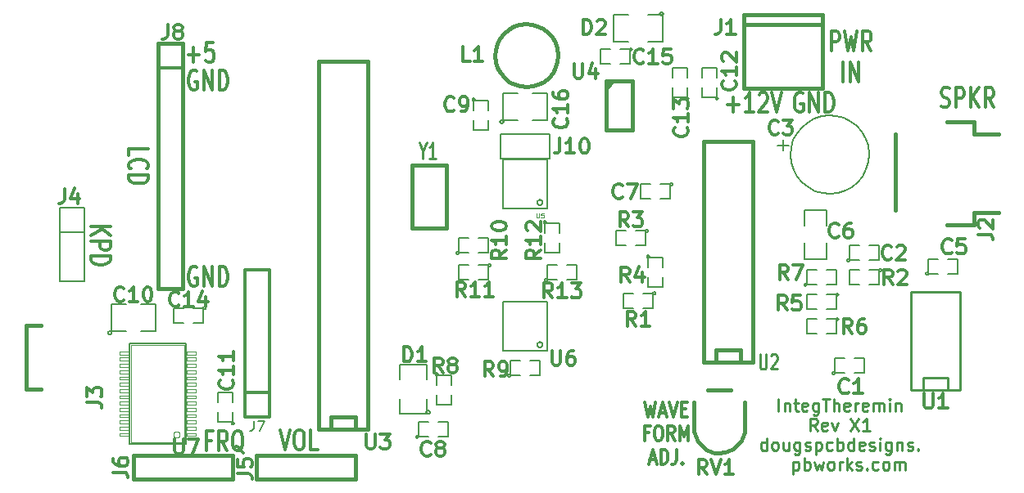
<source format=gto>
G04 (created by PCBNEW-RS274X (2011-05-25)-stable) date Fri 01 Mar 2013 09:55:38 PM EST*
G01*
G70*
G90*
%MOIN*%
G04 Gerber Fmt 3.4, Leading zero omitted, Abs format*
%FSLAX34Y34*%
G04 APERTURE LIST*
%ADD10C,0.006000*%
%ADD11C,0.012000*%
%ADD12C,0.010000*%
%ADD13C,0.005000*%
%ADD14C,0.015000*%
%ADD15C,0.008000*%
%ADD16C,0.002600*%
%ADD17C,0.002000*%
%ADD18C,0.003000*%
%ADD19C,0.010700*%
%ADD20C,0.011300*%
%ADD21C,0.003900*%
G04 APERTURE END LIST*
G54D10*
G54D11*
X77029Y-35936D02*
X77115Y-35974D01*
X77258Y-35974D01*
X77315Y-35936D01*
X77344Y-35898D01*
X77372Y-35821D01*
X77372Y-35745D01*
X77344Y-35669D01*
X77315Y-35631D01*
X77258Y-35593D01*
X77144Y-35555D01*
X77086Y-35517D01*
X77058Y-35479D01*
X77029Y-35402D01*
X77029Y-35326D01*
X77058Y-35250D01*
X77086Y-35212D01*
X77144Y-35174D01*
X77286Y-35174D01*
X77372Y-35212D01*
X77629Y-35974D02*
X77629Y-35174D01*
X77857Y-35174D01*
X77915Y-35212D01*
X77943Y-35250D01*
X77972Y-35326D01*
X77972Y-35440D01*
X77943Y-35517D01*
X77915Y-35555D01*
X77857Y-35593D01*
X77629Y-35593D01*
X78229Y-35974D02*
X78229Y-35174D01*
X78572Y-35974D02*
X78315Y-35517D01*
X78572Y-35174D02*
X78229Y-35631D01*
X79172Y-35974D02*
X78972Y-35593D01*
X78829Y-35974D02*
X78829Y-35174D01*
X79057Y-35174D01*
X79115Y-35212D01*
X79143Y-35250D01*
X79172Y-35326D01*
X79172Y-35440D01*
X79143Y-35517D01*
X79115Y-35555D01*
X79057Y-35593D01*
X78829Y-35593D01*
X47322Y-49555D02*
X47122Y-49555D01*
X47122Y-49974D02*
X47122Y-49174D01*
X47408Y-49174D01*
X47979Y-49974D02*
X47779Y-49593D01*
X47636Y-49974D02*
X47636Y-49174D01*
X47864Y-49174D01*
X47922Y-49212D01*
X47950Y-49250D01*
X47979Y-49326D01*
X47979Y-49440D01*
X47950Y-49517D01*
X47922Y-49555D01*
X47864Y-49593D01*
X47636Y-49593D01*
X48636Y-50050D02*
X48579Y-50012D01*
X48522Y-49936D01*
X48436Y-49821D01*
X48379Y-49783D01*
X48322Y-49783D01*
X48350Y-49974D02*
X48293Y-49936D01*
X48236Y-49860D01*
X48207Y-49707D01*
X48207Y-49440D01*
X48236Y-49288D01*
X48293Y-49212D01*
X48350Y-49174D01*
X48464Y-49174D01*
X48522Y-49212D01*
X48579Y-49288D01*
X48607Y-49440D01*
X48607Y-49707D01*
X48579Y-49860D01*
X48522Y-49936D01*
X48464Y-49974D01*
X48350Y-49974D01*
X46743Y-34512D02*
X46686Y-34474D01*
X46600Y-34474D01*
X46515Y-34512D01*
X46457Y-34588D01*
X46429Y-34664D01*
X46400Y-34817D01*
X46400Y-34931D01*
X46429Y-35083D01*
X46457Y-35160D01*
X46515Y-35236D01*
X46600Y-35274D01*
X46657Y-35274D01*
X46743Y-35236D01*
X46772Y-35198D01*
X46772Y-34931D01*
X46657Y-34931D01*
X47029Y-35274D02*
X47029Y-34474D01*
X47372Y-35274D01*
X47372Y-34474D01*
X47658Y-35274D02*
X47658Y-34474D01*
X47801Y-34474D01*
X47886Y-34512D01*
X47944Y-34588D01*
X47972Y-34664D01*
X48001Y-34817D01*
X48001Y-34931D01*
X47972Y-35083D01*
X47944Y-35160D01*
X47886Y-35236D01*
X47801Y-35274D01*
X47658Y-35274D01*
X72550Y-33674D02*
X72550Y-32874D01*
X72778Y-32874D01*
X72836Y-32912D01*
X72864Y-32950D01*
X72893Y-33026D01*
X72893Y-33140D01*
X72864Y-33217D01*
X72836Y-33255D01*
X72778Y-33293D01*
X72550Y-33293D01*
X73093Y-32874D02*
X73236Y-33674D01*
X73350Y-33102D01*
X73464Y-33674D01*
X73607Y-32874D01*
X74179Y-33674D02*
X73979Y-33293D01*
X73836Y-33674D02*
X73836Y-32874D01*
X74064Y-32874D01*
X74122Y-32912D01*
X74150Y-32950D01*
X74179Y-33026D01*
X74179Y-33140D01*
X74150Y-33217D01*
X74122Y-33255D01*
X74064Y-33293D01*
X73836Y-33293D01*
X73036Y-34914D02*
X73036Y-34114D01*
X73322Y-34914D02*
X73322Y-34114D01*
X73665Y-34914D01*
X73665Y-34114D01*
X46743Y-42512D02*
X46686Y-42474D01*
X46600Y-42474D01*
X46515Y-42512D01*
X46457Y-42588D01*
X46429Y-42664D01*
X46400Y-42817D01*
X46400Y-42931D01*
X46429Y-43083D01*
X46457Y-43160D01*
X46515Y-43236D01*
X46600Y-43274D01*
X46657Y-43274D01*
X46743Y-43236D01*
X46772Y-43198D01*
X46772Y-42931D01*
X46657Y-42931D01*
X47029Y-43274D02*
X47029Y-42474D01*
X47372Y-43274D01*
X47372Y-42474D01*
X47658Y-43274D02*
X47658Y-42474D01*
X47801Y-42474D01*
X47886Y-42512D01*
X47944Y-42588D01*
X47972Y-42664D01*
X48001Y-42817D01*
X48001Y-42931D01*
X47972Y-43083D01*
X47944Y-43160D01*
X47886Y-43236D01*
X47801Y-43274D01*
X47658Y-43274D01*
X46386Y-33819D02*
X46843Y-33819D01*
X46614Y-34124D02*
X46614Y-33514D01*
X47415Y-33324D02*
X47129Y-33324D01*
X47100Y-33705D01*
X47129Y-33667D01*
X47186Y-33629D01*
X47329Y-33629D01*
X47386Y-33667D01*
X47415Y-33705D01*
X47443Y-33781D01*
X47443Y-33971D01*
X47415Y-34048D01*
X47386Y-34086D01*
X47329Y-34124D01*
X47186Y-34124D01*
X47129Y-34086D01*
X47100Y-34048D01*
X64981Y-47993D02*
X65100Y-48593D01*
X65196Y-48164D01*
X65291Y-48593D01*
X65410Y-47993D01*
X65576Y-48421D02*
X65814Y-48421D01*
X65529Y-48593D02*
X65695Y-47993D01*
X65862Y-48593D01*
X65958Y-47993D02*
X66124Y-48593D01*
X66291Y-47993D01*
X66458Y-48279D02*
X66625Y-48279D01*
X66696Y-48593D02*
X66458Y-48593D01*
X66458Y-47993D01*
X66696Y-47993D01*
X65124Y-49239D02*
X64957Y-49239D01*
X64957Y-49553D02*
X64957Y-48953D01*
X65195Y-48953D01*
X65481Y-48953D02*
X65577Y-48953D01*
X65624Y-48981D01*
X65672Y-49039D01*
X65696Y-49153D01*
X65696Y-49353D01*
X65672Y-49467D01*
X65624Y-49524D01*
X65577Y-49553D01*
X65481Y-49553D01*
X65434Y-49524D01*
X65386Y-49467D01*
X65362Y-49353D01*
X65362Y-49153D01*
X65386Y-49039D01*
X65434Y-48981D01*
X65481Y-48953D01*
X66196Y-49553D02*
X66029Y-49267D01*
X65910Y-49553D02*
X65910Y-48953D01*
X66101Y-48953D01*
X66148Y-48981D01*
X66172Y-49010D01*
X66196Y-49067D01*
X66196Y-49153D01*
X66172Y-49210D01*
X66148Y-49239D01*
X66101Y-49267D01*
X65910Y-49267D01*
X66410Y-49553D02*
X66410Y-48953D01*
X66577Y-49381D01*
X66743Y-48953D01*
X66743Y-49553D01*
X65171Y-50341D02*
X65409Y-50341D01*
X65124Y-50513D02*
X65290Y-49913D01*
X65457Y-50513D01*
X65624Y-50513D02*
X65624Y-49913D01*
X65743Y-49913D01*
X65815Y-49941D01*
X65862Y-49999D01*
X65886Y-50056D01*
X65910Y-50170D01*
X65910Y-50256D01*
X65886Y-50370D01*
X65862Y-50427D01*
X65815Y-50484D01*
X65743Y-50513D01*
X65624Y-50513D01*
X66267Y-49913D02*
X66267Y-50341D01*
X66243Y-50427D01*
X66195Y-50484D01*
X66124Y-50513D01*
X66076Y-50513D01*
X66505Y-50456D02*
X66529Y-50484D01*
X66505Y-50513D01*
X66481Y-50484D01*
X66505Y-50456D01*
X66505Y-50513D01*
X43976Y-37936D02*
X43976Y-37650D01*
X44776Y-37650D01*
X44052Y-38479D02*
X44014Y-38450D01*
X43976Y-38364D01*
X43976Y-38307D01*
X44014Y-38222D01*
X44090Y-38164D01*
X44167Y-38136D01*
X44319Y-38107D01*
X44433Y-38107D01*
X44586Y-38136D01*
X44662Y-38164D01*
X44738Y-38222D01*
X44776Y-38307D01*
X44776Y-38364D01*
X44738Y-38450D01*
X44700Y-38479D01*
X43976Y-38736D02*
X44776Y-38736D01*
X44776Y-38879D01*
X44738Y-38964D01*
X44662Y-39022D01*
X44586Y-39050D01*
X44433Y-39079D01*
X44319Y-39079D01*
X44167Y-39050D01*
X44090Y-39022D01*
X44014Y-38964D01*
X43976Y-38879D01*
X43976Y-38736D01*
X42426Y-40843D02*
X43226Y-40843D01*
X42426Y-41186D02*
X42883Y-40929D01*
X43226Y-41186D02*
X42769Y-40843D01*
X42426Y-41443D02*
X43226Y-41443D01*
X43226Y-41671D01*
X43188Y-41729D01*
X43150Y-41757D01*
X43074Y-41786D01*
X42960Y-41786D01*
X42883Y-41757D01*
X42845Y-41729D01*
X42807Y-41671D01*
X42807Y-41443D01*
X42426Y-42043D02*
X43226Y-42043D01*
X43226Y-42186D01*
X43188Y-42271D01*
X43112Y-42329D01*
X43036Y-42357D01*
X42883Y-42386D01*
X42769Y-42386D01*
X42617Y-42357D01*
X42540Y-42329D01*
X42464Y-42271D01*
X42426Y-42186D01*
X42426Y-42043D01*
X50143Y-49124D02*
X50343Y-49924D01*
X50543Y-49124D01*
X50857Y-49124D02*
X50971Y-49124D01*
X51029Y-49162D01*
X51086Y-49238D01*
X51114Y-49390D01*
X51114Y-49657D01*
X51086Y-49810D01*
X51029Y-49886D01*
X50971Y-49924D01*
X50857Y-49924D01*
X50800Y-49886D01*
X50743Y-49810D01*
X50714Y-49657D01*
X50714Y-49390D01*
X50743Y-49238D01*
X50800Y-49162D01*
X50857Y-49124D01*
X51658Y-49924D02*
X51372Y-49924D01*
X51372Y-49124D01*
X71393Y-35412D02*
X71336Y-35374D01*
X71250Y-35374D01*
X71165Y-35412D01*
X71107Y-35488D01*
X71079Y-35564D01*
X71050Y-35717D01*
X71050Y-35831D01*
X71079Y-35983D01*
X71107Y-36060D01*
X71165Y-36136D01*
X71250Y-36174D01*
X71307Y-36174D01*
X71393Y-36136D01*
X71422Y-36098D01*
X71422Y-35831D01*
X71307Y-35831D01*
X71679Y-36174D02*
X71679Y-35374D01*
X72022Y-36174D01*
X72022Y-35374D01*
X72308Y-36174D02*
X72308Y-35374D01*
X72451Y-35374D01*
X72536Y-35412D01*
X72594Y-35488D01*
X72622Y-35564D01*
X72651Y-35717D01*
X72651Y-35831D01*
X72622Y-35983D01*
X72594Y-36060D01*
X72536Y-36136D01*
X72451Y-36174D01*
X72308Y-36174D01*
X68344Y-35869D02*
X68801Y-35869D01*
X68572Y-36174D02*
X68572Y-35564D01*
X69401Y-36174D02*
X69058Y-36174D01*
X69230Y-36174D02*
X69230Y-35374D01*
X69173Y-35488D01*
X69115Y-35564D01*
X69058Y-35602D01*
X69629Y-35450D02*
X69658Y-35412D01*
X69715Y-35374D01*
X69858Y-35374D01*
X69915Y-35412D01*
X69944Y-35450D01*
X69972Y-35526D01*
X69972Y-35602D01*
X69944Y-35717D01*
X69601Y-36174D01*
X69972Y-36174D01*
X70143Y-35374D02*
X70343Y-36174D01*
X70543Y-35374D01*
G54D12*
X70412Y-48352D02*
X70412Y-47852D01*
X70650Y-48019D02*
X70650Y-48352D01*
X70650Y-48067D02*
X70674Y-48043D01*
X70721Y-48019D01*
X70793Y-48019D01*
X70841Y-48043D01*
X70864Y-48090D01*
X70864Y-48352D01*
X71031Y-48019D02*
X71221Y-48019D01*
X71102Y-47852D02*
X71102Y-48281D01*
X71126Y-48329D01*
X71173Y-48352D01*
X71221Y-48352D01*
X71579Y-48329D02*
X71531Y-48352D01*
X71436Y-48352D01*
X71388Y-48329D01*
X71364Y-48281D01*
X71364Y-48090D01*
X71388Y-48043D01*
X71436Y-48019D01*
X71531Y-48019D01*
X71579Y-48043D01*
X71602Y-48090D01*
X71602Y-48138D01*
X71364Y-48186D01*
X72031Y-48019D02*
X72031Y-48424D01*
X72008Y-48471D01*
X71984Y-48495D01*
X71936Y-48519D01*
X71865Y-48519D01*
X71817Y-48495D01*
X72031Y-48329D02*
X71984Y-48352D01*
X71888Y-48352D01*
X71841Y-48329D01*
X71817Y-48305D01*
X71793Y-48257D01*
X71793Y-48114D01*
X71817Y-48067D01*
X71841Y-48043D01*
X71888Y-48019D01*
X71984Y-48019D01*
X72031Y-48043D01*
X72198Y-47852D02*
X72483Y-47852D01*
X72340Y-48352D02*
X72340Y-47852D01*
X72650Y-48352D02*
X72650Y-47852D01*
X72864Y-48352D02*
X72864Y-48090D01*
X72841Y-48043D01*
X72793Y-48019D01*
X72721Y-48019D01*
X72674Y-48043D01*
X72650Y-48067D01*
X73293Y-48329D02*
X73245Y-48352D01*
X73150Y-48352D01*
X73102Y-48329D01*
X73078Y-48281D01*
X73078Y-48090D01*
X73102Y-48043D01*
X73150Y-48019D01*
X73245Y-48019D01*
X73293Y-48043D01*
X73316Y-48090D01*
X73316Y-48138D01*
X73078Y-48186D01*
X73531Y-48352D02*
X73531Y-48019D01*
X73531Y-48114D02*
X73555Y-48067D01*
X73579Y-48043D01*
X73626Y-48019D01*
X73674Y-48019D01*
X74032Y-48329D02*
X73984Y-48352D01*
X73889Y-48352D01*
X73841Y-48329D01*
X73817Y-48281D01*
X73817Y-48090D01*
X73841Y-48043D01*
X73889Y-48019D01*
X73984Y-48019D01*
X74032Y-48043D01*
X74055Y-48090D01*
X74055Y-48138D01*
X73817Y-48186D01*
X74270Y-48352D02*
X74270Y-48019D01*
X74270Y-48067D02*
X74294Y-48043D01*
X74341Y-48019D01*
X74413Y-48019D01*
X74461Y-48043D01*
X74484Y-48090D01*
X74484Y-48352D01*
X74484Y-48090D02*
X74508Y-48043D01*
X74556Y-48019D01*
X74627Y-48019D01*
X74675Y-48043D01*
X74699Y-48090D01*
X74699Y-48352D01*
X74937Y-48352D02*
X74937Y-48019D01*
X74937Y-47852D02*
X74913Y-47876D01*
X74937Y-47900D01*
X74961Y-47876D01*
X74937Y-47852D01*
X74937Y-47900D01*
X75175Y-48019D02*
X75175Y-48352D01*
X75175Y-48067D02*
X75199Y-48043D01*
X75246Y-48019D01*
X75318Y-48019D01*
X75366Y-48043D01*
X75389Y-48090D01*
X75389Y-48352D01*
X71984Y-49152D02*
X71817Y-48914D01*
X71698Y-49152D02*
X71698Y-48652D01*
X71889Y-48652D01*
X71936Y-48676D01*
X71960Y-48700D01*
X71984Y-48748D01*
X71984Y-48819D01*
X71960Y-48867D01*
X71936Y-48890D01*
X71889Y-48914D01*
X71698Y-48914D01*
X72389Y-49129D02*
X72341Y-49152D01*
X72246Y-49152D01*
X72198Y-49129D01*
X72174Y-49081D01*
X72174Y-48890D01*
X72198Y-48843D01*
X72246Y-48819D01*
X72341Y-48819D01*
X72389Y-48843D01*
X72412Y-48890D01*
X72412Y-48938D01*
X72174Y-48986D01*
X72579Y-48819D02*
X72698Y-49152D01*
X72818Y-48819D01*
X73341Y-48652D02*
X73675Y-49152D01*
X73675Y-48652D02*
X73341Y-49152D01*
X74127Y-49152D02*
X73841Y-49152D01*
X73984Y-49152D02*
X73984Y-48652D01*
X73936Y-48724D01*
X73889Y-48771D01*
X73841Y-48795D01*
X69925Y-49952D02*
X69925Y-49452D01*
X69925Y-49929D02*
X69878Y-49952D01*
X69782Y-49952D01*
X69735Y-49929D01*
X69711Y-49905D01*
X69687Y-49857D01*
X69687Y-49714D01*
X69711Y-49667D01*
X69735Y-49643D01*
X69782Y-49619D01*
X69878Y-49619D01*
X69925Y-49643D01*
X70234Y-49952D02*
X70187Y-49929D01*
X70163Y-49905D01*
X70139Y-49857D01*
X70139Y-49714D01*
X70163Y-49667D01*
X70187Y-49643D01*
X70234Y-49619D01*
X70306Y-49619D01*
X70354Y-49643D01*
X70377Y-49667D01*
X70401Y-49714D01*
X70401Y-49857D01*
X70377Y-49905D01*
X70354Y-49929D01*
X70306Y-49952D01*
X70234Y-49952D01*
X70829Y-49619D02*
X70829Y-49952D01*
X70615Y-49619D02*
X70615Y-49881D01*
X70639Y-49929D01*
X70686Y-49952D01*
X70758Y-49952D01*
X70806Y-49929D01*
X70829Y-49905D01*
X71281Y-49619D02*
X71281Y-50024D01*
X71258Y-50071D01*
X71234Y-50095D01*
X71186Y-50119D01*
X71115Y-50119D01*
X71067Y-50095D01*
X71281Y-49929D02*
X71234Y-49952D01*
X71138Y-49952D01*
X71091Y-49929D01*
X71067Y-49905D01*
X71043Y-49857D01*
X71043Y-49714D01*
X71067Y-49667D01*
X71091Y-49643D01*
X71138Y-49619D01*
X71234Y-49619D01*
X71281Y-49643D01*
X71495Y-49929D02*
X71543Y-49952D01*
X71638Y-49952D01*
X71686Y-49929D01*
X71710Y-49881D01*
X71710Y-49857D01*
X71686Y-49810D01*
X71638Y-49786D01*
X71567Y-49786D01*
X71519Y-49762D01*
X71495Y-49714D01*
X71495Y-49690D01*
X71519Y-49643D01*
X71567Y-49619D01*
X71638Y-49619D01*
X71686Y-49643D01*
X71924Y-49619D02*
X71924Y-50119D01*
X71924Y-49643D02*
X71972Y-49619D01*
X72067Y-49619D01*
X72115Y-49643D01*
X72138Y-49667D01*
X72162Y-49714D01*
X72162Y-49857D01*
X72138Y-49905D01*
X72115Y-49929D01*
X72067Y-49952D01*
X71972Y-49952D01*
X71924Y-49929D01*
X72590Y-49929D02*
X72543Y-49952D01*
X72447Y-49952D01*
X72400Y-49929D01*
X72376Y-49905D01*
X72352Y-49857D01*
X72352Y-49714D01*
X72376Y-49667D01*
X72400Y-49643D01*
X72447Y-49619D01*
X72543Y-49619D01*
X72590Y-49643D01*
X72805Y-49952D02*
X72805Y-49452D01*
X72805Y-49643D02*
X72853Y-49619D01*
X72948Y-49619D01*
X72996Y-49643D01*
X73019Y-49667D01*
X73043Y-49714D01*
X73043Y-49857D01*
X73019Y-49905D01*
X72996Y-49929D01*
X72948Y-49952D01*
X72853Y-49952D01*
X72805Y-49929D01*
X73471Y-49952D02*
X73471Y-49452D01*
X73471Y-49929D02*
X73424Y-49952D01*
X73328Y-49952D01*
X73281Y-49929D01*
X73257Y-49905D01*
X73233Y-49857D01*
X73233Y-49714D01*
X73257Y-49667D01*
X73281Y-49643D01*
X73328Y-49619D01*
X73424Y-49619D01*
X73471Y-49643D01*
X73900Y-49929D02*
X73852Y-49952D01*
X73757Y-49952D01*
X73709Y-49929D01*
X73685Y-49881D01*
X73685Y-49690D01*
X73709Y-49643D01*
X73757Y-49619D01*
X73852Y-49619D01*
X73900Y-49643D01*
X73923Y-49690D01*
X73923Y-49738D01*
X73685Y-49786D01*
X74114Y-49929D02*
X74162Y-49952D01*
X74257Y-49952D01*
X74305Y-49929D01*
X74329Y-49881D01*
X74329Y-49857D01*
X74305Y-49810D01*
X74257Y-49786D01*
X74186Y-49786D01*
X74138Y-49762D01*
X74114Y-49714D01*
X74114Y-49690D01*
X74138Y-49643D01*
X74186Y-49619D01*
X74257Y-49619D01*
X74305Y-49643D01*
X74543Y-49952D02*
X74543Y-49619D01*
X74543Y-49452D02*
X74519Y-49476D01*
X74543Y-49500D01*
X74567Y-49476D01*
X74543Y-49452D01*
X74543Y-49500D01*
X74995Y-49619D02*
X74995Y-50024D01*
X74972Y-50071D01*
X74948Y-50095D01*
X74900Y-50119D01*
X74829Y-50119D01*
X74781Y-50095D01*
X74995Y-49929D02*
X74948Y-49952D01*
X74852Y-49952D01*
X74805Y-49929D01*
X74781Y-49905D01*
X74757Y-49857D01*
X74757Y-49714D01*
X74781Y-49667D01*
X74805Y-49643D01*
X74852Y-49619D01*
X74948Y-49619D01*
X74995Y-49643D01*
X75233Y-49619D02*
X75233Y-49952D01*
X75233Y-49667D02*
X75257Y-49643D01*
X75304Y-49619D01*
X75376Y-49619D01*
X75424Y-49643D01*
X75447Y-49690D01*
X75447Y-49952D01*
X75661Y-49929D02*
X75709Y-49952D01*
X75804Y-49952D01*
X75852Y-49929D01*
X75876Y-49881D01*
X75876Y-49857D01*
X75852Y-49810D01*
X75804Y-49786D01*
X75733Y-49786D01*
X75685Y-49762D01*
X75661Y-49714D01*
X75661Y-49690D01*
X75685Y-49643D01*
X75733Y-49619D01*
X75804Y-49619D01*
X75852Y-49643D01*
X76090Y-49905D02*
X76114Y-49929D01*
X76090Y-49952D01*
X76066Y-49929D01*
X76090Y-49905D01*
X76090Y-49952D01*
X71007Y-50419D02*
X71007Y-50919D01*
X71007Y-50443D02*
X71055Y-50419D01*
X71150Y-50419D01*
X71198Y-50443D01*
X71221Y-50467D01*
X71245Y-50514D01*
X71245Y-50657D01*
X71221Y-50705D01*
X71198Y-50729D01*
X71150Y-50752D01*
X71055Y-50752D01*
X71007Y-50729D01*
X71459Y-50752D02*
X71459Y-50252D01*
X71459Y-50443D02*
X71507Y-50419D01*
X71602Y-50419D01*
X71650Y-50443D01*
X71673Y-50467D01*
X71697Y-50514D01*
X71697Y-50657D01*
X71673Y-50705D01*
X71650Y-50729D01*
X71602Y-50752D01*
X71507Y-50752D01*
X71459Y-50729D01*
X71863Y-50419D02*
X71959Y-50752D01*
X72054Y-50514D01*
X72149Y-50752D01*
X72244Y-50419D01*
X72506Y-50752D02*
X72459Y-50729D01*
X72435Y-50705D01*
X72411Y-50657D01*
X72411Y-50514D01*
X72435Y-50467D01*
X72459Y-50443D01*
X72506Y-50419D01*
X72578Y-50419D01*
X72626Y-50443D01*
X72649Y-50467D01*
X72673Y-50514D01*
X72673Y-50657D01*
X72649Y-50705D01*
X72626Y-50729D01*
X72578Y-50752D01*
X72506Y-50752D01*
X72887Y-50752D02*
X72887Y-50419D01*
X72887Y-50514D02*
X72911Y-50467D01*
X72935Y-50443D01*
X72982Y-50419D01*
X73030Y-50419D01*
X73197Y-50752D02*
X73197Y-50252D01*
X73245Y-50562D02*
X73388Y-50752D01*
X73388Y-50419D02*
X73197Y-50610D01*
X73578Y-50729D02*
X73626Y-50752D01*
X73721Y-50752D01*
X73769Y-50729D01*
X73793Y-50681D01*
X73793Y-50657D01*
X73769Y-50610D01*
X73721Y-50586D01*
X73650Y-50586D01*
X73602Y-50562D01*
X73578Y-50514D01*
X73578Y-50490D01*
X73602Y-50443D01*
X73650Y-50419D01*
X73721Y-50419D01*
X73769Y-50443D01*
X74007Y-50705D02*
X74031Y-50729D01*
X74007Y-50752D01*
X73983Y-50729D01*
X74007Y-50705D01*
X74007Y-50752D01*
X74459Y-50729D02*
X74412Y-50752D01*
X74316Y-50752D01*
X74269Y-50729D01*
X74245Y-50705D01*
X74221Y-50657D01*
X74221Y-50514D01*
X74245Y-50467D01*
X74269Y-50443D01*
X74316Y-50419D01*
X74412Y-50419D01*
X74459Y-50443D01*
X74745Y-50752D02*
X74698Y-50729D01*
X74674Y-50705D01*
X74650Y-50657D01*
X74650Y-50514D01*
X74674Y-50467D01*
X74698Y-50443D01*
X74745Y-50419D01*
X74817Y-50419D01*
X74865Y-50443D01*
X74888Y-50467D01*
X74912Y-50514D01*
X74912Y-50657D01*
X74888Y-50705D01*
X74865Y-50729D01*
X74817Y-50752D01*
X74745Y-50752D01*
X75126Y-50752D02*
X75126Y-50419D01*
X75126Y-50467D02*
X75150Y-50443D01*
X75197Y-50419D01*
X75269Y-50419D01*
X75317Y-50443D01*
X75340Y-50490D01*
X75340Y-50752D01*
X75340Y-50490D02*
X75364Y-50443D01*
X75412Y-50419D01*
X75483Y-50419D01*
X75531Y-50443D01*
X75555Y-50490D01*
X75555Y-50752D01*
G54D13*
X71450Y-42150D02*
X72350Y-42150D01*
X72350Y-42150D02*
X72350Y-41500D01*
X71450Y-40800D02*
X71450Y-40150D01*
X71450Y-40150D02*
X72350Y-40150D01*
X72350Y-40150D02*
X72350Y-40800D01*
X71450Y-41500D02*
X71450Y-42150D01*
X56550Y-46850D02*
X56549Y-46859D01*
X56546Y-46869D01*
X56541Y-46877D01*
X56535Y-46885D01*
X56527Y-46891D01*
X56519Y-46896D01*
X56510Y-46898D01*
X56500Y-46899D01*
X56491Y-46899D01*
X56482Y-46896D01*
X56473Y-46891D01*
X56466Y-46885D01*
X56459Y-46878D01*
X56455Y-46869D01*
X56452Y-46860D01*
X56451Y-46850D01*
X56451Y-46841D01*
X56454Y-46832D01*
X56458Y-46823D01*
X56465Y-46816D01*
X56472Y-46809D01*
X56480Y-46805D01*
X56490Y-46802D01*
X56499Y-46801D01*
X56508Y-46801D01*
X56518Y-46804D01*
X56526Y-46808D01*
X56534Y-46814D01*
X56540Y-46822D01*
X56545Y-46830D01*
X56548Y-46839D01*
X56549Y-46849D01*
X56550Y-46850D01*
X56500Y-47300D02*
X56500Y-46900D01*
X56500Y-46900D02*
X57100Y-46900D01*
X57100Y-46900D02*
X57100Y-47300D01*
X57100Y-47700D02*
X57100Y-48100D01*
X57100Y-48100D02*
X56500Y-48100D01*
X56500Y-48100D02*
X56500Y-47700D01*
X60950Y-40650D02*
X60949Y-40659D01*
X60946Y-40669D01*
X60941Y-40677D01*
X60935Y-40685D01*
X60927Y-40691D01*
X60919Y-40696D01*
X60910Y-40698D01*
X60900Y-40699D01*
X60891Y-40699D01*
X60882Y-40696D01*
X60873Y-40691D01*
X60866Y-40685D01*
X60859Y-40678D01*
X60855Y-40669D01*
X60852Y-40660D01*
X60851Y-40650D01*
X60851Y-40641D01*
X60854Y-40632D01*
X60858Y-40623D01*
X60865Y-40616D01*
X60872Y-40609D01*
X60880Y-40605D01*
X60890Y-40602D01*
X60899Y-40601D01*
X60908Y-40601D01*
X60918Y-40604D01*
X60926Y-40608D01*
X60934Y-40614D01*
X60940Y-40622D01*
X60945Y-40630D01*
X60948Y-40639D01*
X60949Y-40649D01*
X60950Y-40650D01*
X60900Y-41100D02*
X60900Y-40700D01*
X60900Y-40700D02*
X61500Y-40700D01*
X61500Y-40700D02*
X61500Y-41100D01*
X61500Y-41500D02*
X61500Y-41900D01*
X61500Y-41900D02*
X60900Y-41900D01*
X60900Y-41900D02*
X60900Y-41500D01*
X58700Y-42400D02*
X58699Y-42409D01*
X58696Y-42419D01*
X58691Y-42427D01*
X58685Y-42435D01*
X58677Y-42441D01*
X58669Y-42446D01*
X58660Y-42448D01*
X58650Y-42449D01*
X58641Y-42449D01*
X58632Y-42446D01*
X58623Y-42441D01*
X58616Y-42435D01*
X58609Y-42428D01*
X58605Y-42419D01*
X58602Y-42410D01*
X58601Y-42400D01*
X58601Y-42391D01*
X58604Y-42382D01*
X58608Y-42373D01*
X58615Y-42366D01*
X58622Y-42359D01*
X58630Y-42355D01*
X58640Y-42352D01*
X58649Y-42351D01*
X58658Y-42351D01*
X58668Y-42354D01*
X58676Y-42358D01*
X58684Y-42364D01*
X58690Y-42372D01*
X58695Y-42380D01*
X58698Y-42389D01*
X58699Y-42399D01*
X58700Y-42400D01*
X58200Y-42400D02*
X58600Y-42400D01*
X58600Y-42400D02*
X58600Y-43000D01*
X58600Y-43000D02*
X58200Y-43000D01*
X57800Y-43000D02*
X57400Y-43000D01*
X57400Y-43000D02*
X57400Y-42400D01*
X57400Y-42400D02*
X57800Y-42400D01*
X57400Y-41900D02*
X57399Y-41909D01*
X57396Y-41919D01*
X57391Y-41927D01*
X57385Y-41935D01*
X57377Y-41941D01*
X57369Y-41946D01*
X57360Y-41948D01*
X57350Y-41949D01*
X57341Y-41949D01*
X57332Y-41946D01*
X57323Y-41941D01*
X57316Y-41935D01*
X57309Y-41928D01*
X57305Y-41919D01*
X57302Y-41910D01*
X57301Y-41900D01*
X57301Y-41891D01*
X57304Y-41882D01*
X57308Y-41873D01*
X57315Y-41866D01*
X57322Y-41859D01*
X57330Y-41855D01*
X57340Y-41852D01*
X57349Y-41851D01*
X57358Y-41851D01*
X57368Y-41854D01*
X57376Y-41858D01*
X57384Y-41864D01*
X57390Y-41872D01*
X57395Y-41880D01*
X57398Y-41889D01*
X57399Y-41899D01*
X57400Y-41900D01*
X57800Y-41900D02*
X57400Y-41900D01*
X57400Y-41900D02*
X57400Y-41300D01*
X57400Y-41300D02*
X57800Y-41300D01*
X58200Y-41300D02*
X58600Y-41300D01*
X58600Y-41300D02*
X58600Y-41900D01*
X58600Y-41900D02*
X58200Y-41900D01*
X59500Y-46900D02*
X59499Y-46909D01*
X59496Y-46919D01*
X59491Y-46927D01*
X59485Y-46935D01*
X59477Y-46941D01*
X59469Y-46946D01*
X59460Y-46948D01*
X59450Y-46949D01*
X59441Y-46949D01*
X59432Y-46946D01*
X59423Y-46941D01*
X59416Y-46935D01*
X59409Y-46928D01*
X59405Y-46919D01*
X59402Y-46910D01*
X59401Y-46900D01*
X59401Y-46891D01*
X59404Y-46882D01*
X59408Y-46873D01*
X59415Y-46866D01*
X59422Y-46859D01*
X59430Y-46855D01*
X59440Y-46852D01*
X59449Y-46851D01*
X59458Y-46851D01*
X59468Y-46854D01*
X59476Y-46858D01*
X59484Y-46864D01*
X59490Y-46872D01*
X59495Y-46880D01*
X59498Y-46889D01*
X59499Y-46899D01*
X59500Y-46900D01*
X59900Y-46900D02*
X59500Y-46900D01*
X59500Y-46900D02*
X59500Y-46300D01*
X59500Y-46300D02*
X59900Y-46300D01*
X60300Y-46300D02*
X60700Y-46300D01*
X60700Y-46300D02*
X60700Y-46900D01*
X60700Y-46900D02*
X60300Y-46900D01*
X65150Y-42050D02*
X65149Y-42059D01*
X65146Y-42069D01*
X65141Y-42077D01*
X65135Y-42085D01*
X65127Y-42091D01*
X65119Y-42096D01*
X65110Y-42098D01*
X65100Y-42099D01*
X65091Y-42099D01*
X65082Y-42096D01*
X65073Y-42091D01*
X65066Y-42085D01*
X65059Y-42078D01*
X65055Y-42069D01*
X65052Y-42060D01*
X65051Y-42050D01*
X65051Y-42041D01*
X65054Y-42032D01*
X65058Y-42023D01*
X65065Y-42016D01*
X65072Y-42009D01*
X65080Y-42005D01*
X65090Y-42002D01*
X65099Y-42001D01*
X65108Y-42001D01*
X65118Y-42004D01*
X65126Y-42008D01*
X65134Y-42014D01*
X65140Y-42022D01*
X65145Y-42030D01*
X65148Y-42039D01*
X65149Y-42049D01*
X65150Y-42050D01*
X65100Y-42500D02*
X65100Y-42100D01*
X65100Y-42100D02*
X65700Y-42100D01*
X65700Y-42100D02*
X65700Y-42500D01*
X65700Y-42900D02*
X65700Y-43300D01*
X65700Y-43300D02*
X65100Y-43300D01*
X65100Y-43300D02*
X65100Y-42900D01*
X71550Y-43200D02*
X71549Y-43209D01*
X71546Y-43219D01*
X71541Y-43227D01*
X71535Y-43235D01*
X71527Y-43241D01*
X71519Y-43246D01*
X71510Y-43248D01*
X71500Y-43249D01*
X71491Y-43249D01*
X71482Y-43246D01*
X71473Y-43241D01*
X71466Y-43235D01*
X71459Y-43228D01*
X71455Y-43219D01*
X71452Y-43210D01*
X71451Y-43200D01*
X71451Y-43191D01*
X71454Y-43182D01*
X71458Y-43173D01*
X71465Y-43166D01*
X71472Y-43159D01*
X71480Y-43155D01*
X71490Y-43152D01*
X71499Y-43151D01*
X71508Y-43151D01*
X71518Y-43154D01*
X71526Y-43158D01*
X71534Y-43164D01*
X71540Y-43172D01*
X71545Y-43180D01*
X71548Y-43189D01*
X71549Y-43199D01*
X71550Y-43200D01*
X71950Y-43200D02*
X71550Y-43200D01*
X71550Y-43200D02*
X71550Y-42600D01*
X71550Y-42600D02*
X71950Y-42600D01*
X72350Y-42600D02*
X72750Y-42600D01*
X72750Y-42600D02*
X72750Y-43200D01*
X72750Y-43200D02*
X72350Y-43200D01*
X72850Y-44600D02*
X72849Y-44609D01*
X72846Y-44619D01*
X72841Y-44627D01*
X72835Y-44635D01*
X72827Y-44641D01*
X72819Y-44646D01*
X72810Y-44648D01*
X72800Y-44649D01*
X72791Y-44649D01*
X72782Y-44646D01*
X72773Y-44641D01*
X72766Y-44635D01*
X72759Y-44628D01*
X72755Y-44619D01*
X72752Y-44610D01*
X72751Y-44600D01*
X72751Y-44591D01*
X72754Y-44582D01*
X72758Y-44573D01*
X72765Y-44566D01*
X72772Y-44559D01*
X72780Y-44555D01*
X72790Y-44552D01*
X72799Y-44551D01*
X72808Y-44551D01*
X72818Y-44554D01*
X72826Y-44558D01*
X72834Y-44564D01*
X72840Y-44572D01*
X72845Y-44580D01*
X72848Y-44589D01*
X72849Y-44599D01*
X72850Y-44600D01*
X72350Y-44600D02*
X72750Y-44600D01*
X72750Y-44600D02*
X72750Y-45200D01*
X72750Y-45200D02*
X72350Y-45200D01*
X71950Y-45200D02*
X71550Y-45200D01*
X71550Y-45200D02*
X71550Y-44600D01*
X71550Y-44600D02*
X71950Y-44600D01*
X72850Y-43600D02*
X72849Y-43609D01*
X72846Y-43619D01*
X72841Y-43627D01*
X72835Y-43635D01*
X72827Y-43641D01*
X72819Y-43646D01*
X72810Y-43648D01*
X72800Y-43649D01*
X72791Y-43649D01*
X72782Y-43646D01*
X72773Y-43641D01*
X72766Y-43635D01*
X72759Y-43628D01*
X72755Y-43619D01*
X72752Y-43610D01*
X72751Y-43600D01*
X72751Y-43591D01*
X72754Y-43582D01*
X72758Y-43573D01*
X72765Y-43566D01*
X72772Y-43559D01*
X72780Y-43555D01*
X72790Y-43552D01*
X72799Y-43551D01*
X72808Y-43551D01*
X72818Y-43554D01*
X72826Y-43558D01*
X72834Y-43564D01*
X72840Y-43572D01*
X72845Y-43580D01*
X72848Y-43589D01*
X72849Y-43599D01*
X72850Y-43600D01*
X72350Y-43600D02*
X72750Y-43600D01*
X72750Y-43600D02*
X72750Y-44200D01*
X72750Y-44200D02*
X72350Y-44200D01*
X71950Y-44200D02*
X71550Y-44200D01*
X71550Y-44200D02*
X71550Y-43600D01*
X71550Y-43600D02*
X71950Y-43600D01*
X65400Y-43550D02*
X65399Y-43559D01*
X65396Y-43569D01*
X65391Y-43577D01*
X65385Y-43585D01*
X65377Y-43591D01*
X65369Y-43596D01*
X65360Y-43598D01*
X65350Y-43599D01*
X65341Y-43599D01*
X65332Y-43596D01*
X65323Y-43591D01*
X65316Y-43585D01*
X65309Y-43578D01*
X65305Y-43569D01*
X65302Y-43560D01*
X65301Y-43550D01*
X65301Y-43541D01*
X65304Y-43532D01*
X65308Y-43523D01*
X65315Y-43516D01*
X65322Y-43509D01*
X65330Y-43505D01*
X65340Y-43502D01*
X65349Y-43501D01*
X65358Y-43501D01*
X65368Y-43504D01*
X65376Y-43508D01*
X65384Y-43514D01*
X65390Y-43522D01*
X65395Y-43530D01*
X65398Y-43539D01*
X65399Y-43549D01*
X65400Y-43550D01*
X64900Y-43550D02*
X65300Y-43550D01*
X65300Y-43550D02*
X65300Y-44150D01*
X65300Y-44150D02*
X64900Y-44150D01*
X64500Y-44150D02*
X64100Y-44150D01*
X64100Y-44150D02*
X64100Y-43550D01*
X64100Y-43550D02*
X64500Y-43550D01*
X74600Y-42600D02*
X74599Y-42609D01*
X74596Y-42619D01*
X74591Y-42627D01*
X74585Y-42635D01*
X74577Y-42641D01*
X74569Y-42646D01*
X74560Y-42648D01*
X74550Y-42649D01*
X74541Y-42649D01*
X74532Y-42646D01*
X74523Y-42641D01*
X74516Y-42635D01*
X74509Y-42628D01*
X74505Y-42619D01*
X74502Y-42610D01*
X74501Y-42600D01*
X74501Y-42591D01*
X74504Y-42582D01*
X74508Y-42573D01*
X74515Y-42566D01*
X74522Y-42559D01*
X74530Y-42555D01*
X74540Y-42552D01*
X74549Y-42551D01*
X74558Y-42551D01*
X74568Y-42554D01*
X74576Y-42558D01*
X74584Y-42564D01*
X74590Y-42572D01*
X74595Y-42580D01*
X74598Y-42589D01*
X74599Y-42599D01*
X74600Y-42600D01*
X74100Y-42600D02*
X74500Y-42600D01*
X74500Y-42600D02*
X74500Y-43200D01*
X74500Y-43200D02*
X74100Y-43200D01*
X73700Y-43200D02*
X73300Y-43200D01*
X73300Y-43200D02*
X73300Y-42600D01*
X73300Y-42600D02*
X73700Y-42600D01*
X65100Y-41000D02*
X65099Y-41009D01*
X65096Y-41019D01*
X65091Y-41027D01*
X65085Y-41035D01*
X65077Y-41041D01*
X65069Y-41046D01*
X65060Y-41048D01*
X65050Y-41049D01*
X65041Y-41049D01*
X65032Y-41046D01*
X65023Y-41041D01*
X65016Y-41035D01*
X65009Y-41028D01*
X65005Y-41019D01*
X65002Y-41010D01*
X65001Y-41000D01*
X65001Y-40991D01*
X65004Y-40982D01*
X65008Y-40973D01*
X65015Y-40966D01*
X65022Y-40959D01*
X65030Y-40955D01*
X65040Y-40952D01*
X65049Y-40951D01*
X65058Y-40951D01*
X65068Y-40954D01*
X65076Y-40958D01*
X65084Y-40964D01*
X65090Y-40972D01*
X65095Y-40980D01*
X65098Y-40989D01*
X65099Y-40999D01*
X65100Y-41000D01*
X64600Y-41000D02*
X65000Y-41000D01*
X65000Y-41000D02*
X65000Y-41600D01*
X65000Y-41600D02*
X64600Y-41600D01*
X64200Y-41600D02*
X63800Y-41600D01*
X63800Y-41600D02*
X63800Y-41000D01*
X63800Y-41000D02*
X64200Y-41000D01*
X61000Y-43000D02*
X60999Y-43009D01*
X60996Y-43019D01*
X60991Y-43027D01*
X60985Y-43035D01*
X60977Y-43041D01*
X60969Y-43046D01*
X60960Y-43048D01*
X60950Y-43049D01*
X60941Y-43049D01*
X60932Y-43046D01*
X60923Y-43041D01*
X60916Y-43035D01*
X60909Y-43028D01*
X60905Y-43019D01*
X60902Y-43010D01*
X60901Y-43000D01*
X60901Y-42991D01*
X60904Y-42982D01*
X60908Y-42973D01*
X60915Y-42966D01*
X60922Y-42959D01*
X60930Y-42955D01*
X60940Y-42952D01*
X60949Y-42951D01*
X60958Y-42951D01*
X60968Y-42954D01*
X60976Y-42958D01*
X60984Y-42964D01*
X60990Y-42972D01*
X60995Y-42980D01*
X60998Y-42989D01*
X60999Y-42999D01*
X61000Y-43000D01*
X61400Y-43000D02*
X61000Y-43000D01*
X61000Y-43000D02*
X61000Y-42400D01*
X61000Y-42400D02*
X61400Y-42400D01*
X61800Y-42400D02*
X62200Y-42400D01*
X62200Y-42400D02*
X62200Y-43000D01*
X62200Y-43000D02*
X61800Y-43000D01*
X47100Y-44150D02*
X47099Y-44159D01*
X47096Y-44169D01*
X47091Y-44177D01*
X47085Y-44185D01*
X47077Y-44191D01*
X47069Y-44196D01*
X47060Y-44198D01*
X47050Y-44199D01*
X47041Y-44199D01*
X47032Y-44196D01*
X47023Y-44191D01*
X47016Y-44185D01*
X47009Y-44178D01*
X47005Y-44169D01*
X47002Y-44160D01*
X47001Y-44150D01*
X47001Y-44141D01*
X47004Y-44132D01*
X47008Y-44123D01*
X47015Y-44116D01*
X47022Y-44109D01*
X47030Y-44105D01*
X47040Y-44102D01*
X47049Y-44101D01*
X47058Y-44101D01*
X47068Y-44104D01*
X47076Y-44108D01*
X47084Y-44114D01*
X47090Y-44122D01*
X47095Y-44130D01*
X47098Y-44139D01*
X47099Y-44149D01*
X47100Y-44150D01*
X46600Y-44150D02*
X47000Y-44150D01*
X47000Y-44150D02*
X47000Y-44750D01*
X47000Y-44750D02*
X46600Y-44750D01*
X46200Y-44750D02*
X45800Y-44750D01*
X45800Y-44750D02*
X45800Y-44150D01*
X45800Y-44150D02*
X46200Y-44150D01*
X58050Y-35650D02*
X58049Y-35659D01*
X58046Y-35669D01*
X58041Y-35677D01*
X58035Y-35685D01*
X58027Y-35691D01*
X58019Y-35696D01*
X58010Y-35698D01*
X58000Y-35699D01*
X57991Y-35699D01*
X57982Y-35696D01*
X57973Y-35691D01*
X57966Y-35685D01*
X57959Y-35678D01*
X57955Y-35669D01*
X57952Y-35660D01*
X57951Y-35650D01*
X57951Y-35641D01*
X57954Y-35632D01*
X57958Y-35623D01*
X57965Y-35616D01*
X57972Y-35609D01*
X57980Y-35605D01*
X57990Y-35602D01*
X57999Y-35601D01*
X58008Y-35601D01*
X58018Y-35604D01*
X58026Y-35608D01*
X58034Y-35614D01*
X58040Y-35622D01*
X58045Y-35630D01*
X58048Y-35639D01*
X58049Y-35649D01*
X58050Y-35650D01*
X58000Y-36100D02*
X58000Y-35700D01*
X58000Y-35700D02*
X58600Y-35700D01*
X58600Y-35700D02*
X58600Y-36100D01*
X58600Y-36500D02*
X58600Y-36900D01*
X58600Y-36900D02*
X58000Y-36900D01*
X58000Y-36900D02*
X58000Y-36500D01*
X55750Y-49400D02*
X55749Y-49409D01*
X55746Y-49419D01*
X55741Y-49427D01*
X55735Y-49435D01*
X55727Y-49441D01*
X55719Y-49446D01*
X55710Y-49448D01*
X55700Y-49449D01*
X55691Y-49449D01*
X55682Y-49446D01*
X55673Y-49441D01*
X55666Y-49435D01*
X55659Y-49428D01*
X55655Y-49419D01*
X55652Y-49410D01*
X55651Y-49400D01*
X55651Y-49391D01*
X55654Y-49382D01*
X55658Y-49373D01*
X55665Y-49366D01*
X55672Y-49359D01*
X55680Y-49355D01*
X55690Y-49352D01*
X55699Y-49351D01*
X55708Y-49351D01*
X55718Y-49354D01*
X55726Y-49358D01*
X55734Y-49364D01*
X55740Y-49372D01*
X55745Y-49380D01*
X55748Y-49389D01*
X55749Y-49399D01*
X55750Y-49400D01*
X56150Y-49400D02*
X55750Y-49400D01*
X55750Y-49400D02*
X55750Y-48800D01*
X55750Y-48800D02*
X56150Y-48800D01*
X56550Y-48800D02*
X56950Y-48800D01*
X56950Y-48800D02*
X56950Y-49400D01*
X56950Y-49400D02*
X56550Y-49400D01*
X66100Y-39100D02*
X66099Y-39109D01*
X66096Y-39119D01*
X66091Y-39127D01*
X66085Y-39135D01*
X66077Y-39141D01*
X66069Y-39146D01*
X66060Y-39148D01*
X66050Y-39149D01*
X66041Y-39149D01*
X66032Y-39146D01*
X66023Y-39141D01*
X66016Y-39135D01*
X66009Y-39128D01*
X66005Y-39119D01*
X66002Y-39110D01*
X66001Y-39100D01*
X66001Y-39091D01*
X66004Y-39082D01*
X66008Y-39073D01*
X66015Y-39066D01*
X66022Y-39059D01*
X66030Y-39055D01*
X66040Y-39052D01*
X66049Y-39051D01*
X66058Y-39051D01*
X66068Y-39054D01*
X66076Y-39058D01*
X66084Y-39064D01*
X66090Y-39072D01*
X66095Y-39080D01*
X66098Y-39089D01*
X66099Y-39099D01*
X66100Y-39100D01*
X65600Y-39100D02*
X66000Y-39100D01*
X66000Y-39100D02*
X66000Y-39700D01*
X66000Y-39700D02*
X65600Y-39700D01*
X65200Y-39700D02*
X64800Y-39700D01*
X64800Y-39700D02*
X64800Y-39100D01*
X64800Y-39100D02*
X65200Y-39100D01*
X76500Y-42750D02*
X76499Y-42759D01*
X76496Y-42769D01*
X76491Y-42777D01*
X76485Y-42785D01*
X76477Y-42791D01*
X76469Y-42796D01*
X76460Y-42798D01*
X76450Y-42799D01*
X76441Y-42799D01*
X76432Y-42796D01*
X76423Y-42791D01*
X76416Y-42785D01*
X76409Y-42778D01*
X76405Y-42769D01*
X76402Y-42760D01*
X76401Y-42750D01*
X76401Y-42741D01*
X76404Y-42732D01*
X76408Y-42723D01*
X76415Y-42716D01*
X76422Y-42709D01*
X76430Y-42705D01*
X76440Y-42702D01*
X76449Y-42701D01*
X76458Y-42701D01*
X76468Y-42704D01*
X76476Y-42708D01*
X76484Y-42714D01*
X76490Y-42722D01*
X76495Y-42730D01*
X76498Y-42739D01*
X76499Y-42749D01*
X76500Y-42750D01*
X76900Y-42750D02*
X76500Y-42750D01*
X76500Y-42750D02*
X76500Y-42150D01*
X76500Y-42150D02*
X76900Y-42150D01*
X77300Y-42150D02*
X77700Y-42150D01*
X77700Y-42150D02*
X77700Y-42750D01*
X77700Y-42750D02*
X77300Y-42750D01*
X72700Y-46800D02*
X72699Y-46809D01*
X72696Y-46819D01*
X72691Y-46827D01*
X72685Y-46835D01*
X72677Y-46841D01*
X72669Y-46846D01*
X72660Y-46848D01*
X72650Y-46849D01*
X72641Y-46849D01*
X72632Y-46846D01*
X72623Y-46841D01*
X72616Y-46835D01*
X72609Y-46828D01*
X72605Y-46819D01*
X72602Y-46810D01*
X72601Y-46800D01*
X72601Y-46791D01*
X72604Y-46782D01*
X72608Y-46773D01*
X72615Y-46766D01*
X72622Y-46759D01*
X72630Y-46755D01*
X72640Y-46752D01*
X72649Y-46751D01*
X72658Y-46751D01*
X72668Y-46754D01*
X72676Y-46758D01*
X72684Y-46764D01*
X72690Y-46772D01*
X72695Y-46780D01*
X72698Y-46789D01*
X72699Y-46799D01*
X72700Y-46800D01*
X73100Y-46800D02*
X72700Y-46800D01*
X72700Y-46800D02*
X72700Y-46200D01*
X72700Y-46200D02*
X73100Y-46200D01*
X73500Y-46200D02*
X73900Y-46200D01*
X73900Y-46200D02*
X73900Y-46800D01*
X73900Y-46800D02*
X73500Y-46800D01*
X73300Y-42200D02*
X73299Y-42209D01*
X73296Y-42219D01*
X73291Y-42227D01*
X73285Y-42235D01*
X73277Y-42241D01*
X73269Y-42246D01*
X73260Y-42248D01*
X73250Y-42249D01*
X73241Y-42249D01*
X73232Y-42246D01*
X73223Y-42241D01*
X73216Y-42235D01*
X73209Y-42228D01*
X73205Y-42219D01*
X73202Y-42210D01*
X73201Y-42200D01*
X73201Y-42191D01*
X73204Y-42182D01*
X73208Y-42173D01*
X73215Y-42166D01*
X73222Y-42159D01*
X73230Y-42155D01*
X73240Y-42152D01*
X73249Y-42151D01*
X73258Y-42151D01*
X73268Y-42154D01*
X73276Y-42158D01*
X73284Y-42164D01*
X73290Y-42172D01*
X73295Y-42180D01*
X73298Y-42189D01*
X73299Y-42199D01*
X73300Y-42200D01*
X73700Y-42200D02*
X73300Y-42200D01*
X73300Y-42200D02*
X73300Y-41600D01*
X73300Y-41600D02*
X73700Y-41600D01*
X74100Y-41600D02*
X74500Y-41600D01*
X74500Y-41600D02*
X74500Y-42200D01*
X74500Y-42200D02*
X74100Y-42200D01*
G54D14*
X55511Y-40880D02*
X55511Y-38320D01*
X55511Y-38320D02*
X56889Y-38320D01*
X56889Y-38320D02*
X56889Y-40880D01*
X56889Y-40880D02*
X55511Y-40880D01*
X44158Y-50158D02*
X48193Y-50158D01*
X48193Y-50158D02*
X48193Y-51142D01*
X44158Y-50158D02*
X44158Y-51142D01*
X44158Y-51142D02*
X48193Y-51142D01*
X49158Y-50158D02*
X53193Y-50158D01*
X53193Y-50158D02*
X53193Y-51142D01*
X49158Y-50158D02*
X49158Y-51142D01*
X49158Y-51142D02*
X53193Y-51142D01*
G54D10*
X41150Y-40050D02*
X42150Y-40050D01*
X42150Y-40050D02*
X42150Y-43050D01*
X42150Y-43050D02*
X41150Y-43050D01*
X41150Y-43050D02*
X41150Y-40050D01*
X42150Y-41050D02*
X41150Y-41050D01*
X61100Y-37050D02*
X61100Y-38050D01*
X61100Y-38050D02*
X59100Y-38050D01*
X59100Y-38050D02*
X59100Y-37050D01*
X59100Y-37050D02*
X61100Y-37050D01*
G54D11*
X49700Y-48600D02*
X48700Y-48600D01*
X48700Y-48600D02*
X48700Y-42600D01*
X48700Y-42600D02*
X49700Y-42600D01*
X49700Y-42600D02*
X49700Y-48600D01*
X49700Y-47600D02*
X48700Y-47600D01*
G54D12*
X76300Y-47500D02*
X76300Y-47000D01*
X76300Y-47000D02*
X77300Y-47000D01*
X77300Y-47000D02*
X77300Y-47500D01*
X75800Y-47500D02*
X75800Y-43500D01*
X75800Y-43500D02*
X77800Y-43500D01*
X77800Y-43500D02*
X77800Y-47500D01*
X77800Y-47500D02*
X75800Y-47500D01*
G54D14*
X51700Y-49100D02*
X51700Y-34100D01*
X51700Y-34100D02*
X53700Y-34100D01*
X53700Y-34100D02*
X53700Y-49100D01*
X53700Y-49100D02*
X51700Y-49100D01*
X52200Y-49100D02*
X52200Y-48600D01*
X52200Y-48600D02*
X53200Y-48600D01*
X53200Y-48600D02*
X53200Y-49100D01*
X67850Y-46350D02*
X67850Y-46350D01*
X67850Y-46350D02*
X67850Y-45850D01*
X67850Y-45850D02*
X68850Y-45850D01*
X68850Y-45850D02*
X68850Y-46350D01*
X67350Y-46350D02*
X67350Y-37350D01*
X67350Y-37350D02*
X69350Y-37350D01*
X69350Y-37350D02*
X69350Y-46350D01*
X69350Y-46350D02*
X67350Y-46350D01*
G54D15*
X74100Y-37900D02*
X74069Y-38210D01*
X73979Y-38509D01*
X73832Y-38785D01*
X73635Y-39027D01*
X73394Y-39226D01*
X73120Y-39374D01*
X72821Y-39467D01*
X72511Y-39499D01*
X72201Y-39471D01*
X71901Y-39383D01*
X71624Y-39238D01*
X71381Y-39043D01*
X71180Y-38803D01*
X71030Y-38530D01*
X70935Y-38232D01*
X70901Y-37922D01*
X70927Y-37612D01*
X71013Y-37312D01*
X71156Y-37034D01*
X71350Y-36789D01*
X71587Y-36587D01*
X71860Y-36434D01*
X72157Y-36338D01*
X72467Y-36301D01*
X72777Y-36325D01*
X73078Y-36409D01*
X73357Y-36550D01*
X73603Y-36742D01*
X73807Y-36978D01*
X73961Y-37250D01*
X74060Y-37546D01*
X74099Y-37856D01*
X74100Y-37900D01*
G54D14*
X75150Y-37150D02*
X75150Y-37050D01*
X75150Y-39650D02*
X75150Y-40150D01*
X77250Y-40750D02*
X78350Y-40750D01*
X78350Y-40750D02*
X78350Y-40250D01*
X78350Y-40250D02*
X79350Y-40250D01*
X77250Y-36550D02*
X78350Y-36550D01*
X78350Y-36550D02*
X78350Y-37050D01*
X78350Y-37050D02*
X79350Y-37050D01*
X75150Y-37150D02*
X75150Y-39650D01*
G54D13*
X60811Y-39850D02*
X60808Y-39871D01*
X60802Y-39892D01*
X60792Y-39911D01*
X60778Y-39928D01*
X60762Y-39942D01*
X60743Y-39952D01*
X60722Y-39958D01*
X60700Y-39960D01*
X60680Y-39959D01*
X60659Y-39952D01*
X60640Y-39942D01*
X60623Y-39929D01*
X60609Y-39912D01*
X60598Y-39893D01*
X60592Y-39873D01*
X60590Y-39851D01*
X60591Y-39830D01*
X60597Y-39810D01*
X60607Y-39790D01*
X60621Y-39773D01*
X60637Y-39759D01*
X60656Y-39749D01*
X60677Y-39742D01*
X60698Y-39740D01*
X60719Y-39741D01*
X60740Y-39747D01*
X60759Y-39757D01*
X60776Y-39770D01*
X60790Y-39787D01*
X60801Y-39805D01*
X60808Y-39826D01*
X60810Y-39847D01*
X60811Y-39850D01*
X59200Y-38100D02*
X59200Y-40100D01*
X59200Y-40100D02*
X61000Y-40100D01*
X61000Y-40100D02*
X61000Y-38100D01*
X61000Y-38100D02*
X59200Y-38100D01*
X60811Y-45650D02*
X60808Y-45671D01*
X60802Y-45692D01*
X60792Y-45711D01*
X60778Y-45728D01*
X60762Y-45742D01*
X60743Y-45752D01*
X60722Y-45758D01*
X60700Y-45760D01*
X60680Y-45759D01*
X60659Y-45752D01*
X60640Y-45742D01*
X60623Y-45729D01*
X60609Y-45712D01*
X60598Y-45693D01*
X60592Y-45673D01*
X60590Y-45651D01*
X60591Y-45630D01*
X60597Y-45610D01*
X60607Y-45590D01*
X60621Y-45573D01*
X60637Y-45559D01*
X60656Y-45549D01*
X60677Y-45542D01*
X60698Y-45540D01*
X60719Y-45541D01*
X60740Y-45547D01*
X60759Y-45557D01*
X60776Y-45570D01*
X60790Y-45587D01*
X60801Y-45605D01*
X60808Y-45626D01*
X60810Y-45647D01*
X60811Y-45650D01*
X59200Y-43900D02*
X59200Y-45900D01*
X59200Y-45900D02*
X61000Y-45900D01*
X61000Y-45900D02*
X61000Y-43900D01*
X61000Y-43900D02*
X59200Y-43900D01*
G54D14*
X66972Y-49005D02*
X66979Y-48011D01*
X68474Y-47499D02*
X67526Y-47495D01*
X69037Y-49040D02*
X69041Y-47993D01*
X66966Y-48999D02*
X66967Y-49089D01*
X66977Y-49180D01*
X66994Y-49269D01*
X67019Y-49356D01*
X67052Y-49441D01*
X67092Y-49523D01*
X67139Y-49601D01*
X67192Y-49675D01*
X67252Y-49743D01*
X67317Y-49807D01*
X67388Y-49864D01*
X67464Y-49915D01*
X67543Y-49959D01*
X67626Y-49996D01*
X67712Y-50026D01*
X67801Y-50048D01*
X67890Y-50062D01*
X67981Y-50068D01*
X67967Y-50054D02*
X68057Y-50053D01*
X68148Y-50043D01*
X68237Y-50026D01*
X68324Y-50001D01*
X68409Y-49968D01*
X68491Y-49928D01*
X68569Y-49881D01*
X68643Y-49828D01*
X68711Y-49768D01*
X68775Y-49703D01*
X68832Y-49632D01*
X68883Y-49556D01*
X68927Y-49477D01*
X68964Y-49394D01*
X68994Y-49308D01*
X69016Y-49219D01*
X69030Y-49130D01*
X69036Y-49039D01*
X46150Y-33350D02*
X45150Y-33350D01*
X46150Y-33350D02*
X46150Y-43350D01*
X46150Y-43350D02*
X45150Y-43350D01*
X45150Y-43350D02*
X45150Y-33350D01*
G54D11*
X45150Y-34350D02*
X46150Y-34350D01*
G54D13*
X48250Y-48850D02*
X48249Y-48859D01*
X48246Y-48869D01*
X48241Y-48877D01*
X48235Y-48885D01*
X48227Y-48891D01*
X48219Y-48896D01*
X48210Y-48898D01*
X48200Y-48899D01*
X48191Y-48899D01*
X48182Y-48896D01*
X48173Y-48891D01*
X48166Y-48885D01*
X48159Y-48878D01*
X48155Y-48869D01*
X48152Y-48860D01*
X48151Y-48850D01*
X48151Y-48841D01*
X48154Y-48832D01*
X48158Y-48823D01*
X48165Y-48816D01*
X48172Y-48809D01*
X48180Y-48805D01*
X48190Y-48802D01*
X48199Y-48801D01*
X48208Y-48801D01*
X48218Y-48804D01*
X48226Y-48808D01*
X48234Y-48814D01*
X48240Y-48822D01*
X48245Y-48830D01*
X48248Y-48839D01*
X48249Y-48849D01*
X48250Y-48850D01*
X48200Y-48400D02*
X48200Y-48800D01*
X48200Y-48800D02*
X47600Y-48800D01*
X47600Y-48800D02*
X47600Y-48400D01*
X47600Y-48000D02*
X47600Y-47600D01*
X47600Y-47600D02*
X48200Y-47600D01*
X48200Y-47600D02*
X48200Y-48000D01*
X67950Y-35600D02*
X67949Y-35609D01*
X67946Y-35619D01*
X67941Y-35627D01*
X67935Y-35635D01*
X67927Y-35641D01*
X67919Y-35646D01*
X67910Y-35648D01*
X67900Y-35649D01*
X67891Y-35649D01*
X67882Y-35646D01*
X67873Y-35641D01*
X67866Y-35635D01*
X67859Y-35628D01*
X67855Y-35619D01*
X67852Y-35610D01*
X67851Y-35600D01*
X67851Y-35591D01*
X67854Y-35582D01*
X67858Y-35573D01*
X67865Y-35566D01*
X67872Y-35559D01*
X67880Y-35555D01*
X67890Y-35552D01*
X67899Y-35551D01*
X67908Y-35551D01*
X67918Y-35554D01*
X67926Y-35558D01*
X67934Y-35564D01*
X67940Y-35572D01*
X67945Y-35580D01*
X67948Y-35589D01*
X67949Y-35599D01*
X67950Y-35600D01*
X67900Y-35150D02*
X67900Y-35550D01*
X67900Y-35550D02*
X67300Y-35550D01*
X67300Y-35550D02*
X67300Y-35150D01*
X67300Y-34750D02*
X67300Y-34350D01*
X67300Y-34350D02*
X67900Y-34350D01*
X67900Y-34350D02*
X67900Y-34750D01*
X64450Y-33600D02*
X64449Y-33609D01*
X64446Y-33619D01*
X64441Y-33627D01*
X64435Y-33635D01*
X64427Y-33641D01*
X64419Y-33646D01*
X64410Y-33648D01*
X64400Y-33649D01*
X64391Y-33649D01*
X64382Y-33646D01*
X64373Y-33641D01*
X64366Y-33635D01*
X64359Y-33628D01*
X64355Y-33619D01*
X64352Y-33610D01*
X64351Y-33600D01*
X64351Y-33591D01*
X64354Y-33582D01*
X64358Y-33573D01*
X64365Y-33566D01*
X64372Y-33559D01*
X64380Y-33555D01*
X64390Y-33552D01*
X64399Y-33551D01*
X64408Y-33551D01*
X64418Y-33554D01*
X64426Y-33558D01*
X64434Y-33564D01*
X64440Y-33572D01*
X64445Y-33580D01*
X64448Y-33589D01*
X64449Y-33599D01*
X64450Y-33600D01*
X63950Y-33600D02*
X64350Y-33600D01*
X64350Y-33600D02*
X64350Y-34200D01*
X64350Y-34200D02*
X63950Y-34200D01*
X63550Y-34200D02*
X63150Y-34200D01*
X63150Y-34200D02*
X63150Y-33600D01*
X63150Y-33600D02*
X63550Y-33600D01*
G54D14*
X39800Y-44851D02*
X40391Y-44851D01*
X39800Y-47449D02*
X40391Y-47449D01*
X39800Y-44851D02*
X39800Y-47449D01*
X69000Y-32200D02*
X69000Y-35200D01*
X69000Y-35200D02*
X72200Y-35200D01*
X72200Y-35200D02*
X72200Y-32200D01*
X69000Y-32600D02*
X72200Y-32600D01*
X69000Y-32200D02*
X72200Y-32200D01*
G54D16*
X43983Y-49377D02*
X43983Y-49249D01*
X43983Y-49249D02*
X43615Y-49249D01*
X43615Y-49377D02*
X43615Y-49249D01*
X43983Y-49377D02*
X43615Y-49377D01*
X46685Y-49377D02*
X46685Y-49249D01*
X46685Y-49249D02*
X46317Y-49249D01*
X46317Y-49377D02*
X46317Y-49249D01*
X46685Y-49377D02*
X46317Y-49377D01*
X46685Y-49121D02*
X46685Y-48993D01*
X46685Y-48993D02*
X46317Y-48993D01*
X46317Y-49121D02*
X46317Y-48993D01*
X46685Y-49121D02*
X46317Y-49121D01*
X46685Y-48865D02*
X46685Y-48737D01*
X46685Y-48737D02*
X46317Y-48737D01*
X46317Y-48865D02*
X46317Y-48737D01*
X46685Y-48865D02*
X46317Y-48865D01*
X43983Y-49121D02*
X43983Y-48993D01*
X43983Y-48993D02*
X43615Y-48993D01*
X43615Y-49121D02*
X43615Y-48993D01*
X43983Y-49121D02*
X43615Y-49121D01*
X43983Y-48865D02*
X43983Y-48737D01*
X43983Y-48737D02*
X43615Y-48737D01*
X43615Y-48865D02*
X43615Y-48737D01*
X43983Y-48865D02*
X43615Y-48865D01*
X43983Y-48609D02*
X43983Y-48481D01*
X43983Y-48481D02*
X43615Y-48481D01*
X43615Y-48609D02*
X43615Y-48481D01*
X43983Y-48609D02*
X43615Y-48609D01*
X43983Y-48353D02*
X43983Y-48225D01*
X43983Y-48225D02*
X43615Y-48225D01*
X43615Y-48353D02*
X43615Y-48225D01*
X43983Y-48353D02*
X43615Y-48353D01*
X43983Y-48097D02*
X43983Y-47969D01*
X43983Y-47969D02*
X43615Y-47969D01*
X43615Y-48097D02*
X43615Y-47969D01*
X43983Y-48097D02*
X43615Y-48097D01*
X43983Y-47841D02*
X43983Y-47713D01*
X43983Y-47713D02*
X43615Y-47713D01*
X43615Y-47841D02*
X43615Y-47713D01*
X43983Y-47841D02*
X43615Y-47841D01*
X43983Y-47587D02*
X43983Y-47459D01*
X43983Y-47459D02*
X43615Y-47459D01*
X43615Y-47587D02*
X43615Y-47459D01*
X43983Y-47587D02*
X43615Y-47587D01*
X43983Y-47331D02*
X43983Y-47203D01*
X43983Y-47203D02*
X43615Y-47203D01*
X43615Y-47331D02*
X43615Y-47203D01*
X43983Y-47331D02*
X43615Y-47331D01*
X43983Y-47075D02*
X43983Y-46947D01*
X43983Y-46947D02*
X43615Y-46947D01*
X43615Y-47075D02*
X43615Y-46947D01*
X43983Y-47075D02*
X43615Y-47075D01*
X43983Y-46819D02*
X43983Y-46691D01*
X43983Y-46691D02*
X43615Y-46691D01*
X43615Y-46819D02*
X43615Y-46691D01*
X43983Y-46819D02*
X43615Y-46819D01*
X43983Y-46563D02*
X43983Y-46435D01*
X43983Y-46435D02*
X43615Y-46435D01*
X43615Y-46563D02*
X43615Y-46435D01*
X43983Y-46563D02*
X43615Y-46563D01*
X43983Y-46307D02*
X43983Y-46179D01*
X43983Y-46179D02*
X43615Y-46179D01*
X43615Y-46307D02*
X43615Y-46179D01*
X43983Y-46307D02*
X43615Y-46307D01*
X43983Y-46051D02*
X43983Y-45923D01*
X43983Y-45923D02*
X43615Y-45923D01*
X43615Y-46051D02*
X43615Y-45923D01*
X43983Y-46051D02*
X43615Y-46051D01*
X46685Y-48609D02*
X46685Y-48481D01*
X46685Y-48481D02*
X46317Y-48481D01*
X46317Y-48609D02*
X46317Y-48481D01*
X46685Y-48609D02*
X46317Y-48609D01*
X46685Y-48353D02*
X46685Y-48225D01*
X46685Y-48225D02*
X46317Y-48225D01*
X46317Y-48353D02*
X46317Y-48225D01*
X46685Y-48353D02*
X46317Y-48353D01*
X46685Y-48097D02*
X46685Y-47969D01*
X46685Y-47969D02*
X46317Y-47969D01*
X46317Y-48097D02*
X46317Y-47969D01*
X46685Y-48097D02*
X46317Y-48097D01*
X46685Y-47841D02*
X46685Y-47713D01*
X46685Y-47713D02*
X46317Y-47713D01*
X46317Y-47841D02*
X46317Y-47713D01*
X46685Y-47841D02*
X46317Y-47841D01*
X46685Y-47587D02*
X46685Y-47459D01*
X46685Y-47459D02*
X46317Y-47459D01*
X46317Y-47587D02*
X46317Y-47459D01*
X46685Y-47587D02*
X46317Y-47587D01*
X46685Y-47331D02*
X46685Y-47203D01*
X46685Y-47203D02*
X46317Y-47203D01*
X46317Y-47331D02*
X46317Y-47203D01*
X46685Y-47331D02*
X46317Y-47331D01*
X46685Y-47075D02*
X46685Y-46947D01*
X46685Y-46947D02*
X46317Y-46947D01*
X46317Y-47075D02*
X46317Y-46947D01*
X46685Y-47075D02*
X46317Y-47075D01*
X46685Y-46819D02*
X46685Y-46691D01*
X46685Y-46691D02*
X46317Y-46691D01*
X46317Y-46819D02*
X46317Y-46691D01*
X46685Y-46819D02*
X46317Y-46819D01*
X46685Y-46563D02*
X46685Y-46435D01*
X46685Y-46435D02*
X46317Y-46435D01*
X46317Y-46563D02*
X46317Y-46435D01*
X46685Y-46563D02*
X46317Y-46563D01*
X46685Y-46307D02*
X46685Y-46179D01*
X46685Y-46179D02*
X46317Y-46179D01*
X46317Y-46307D02*
X46317Y-46179D01*
X46685Y-46307D02*
X46317Y-46307D01*
X46685Y-46051D02*
X46685Y-45923D01*
X46685Y-45923D02*
X46317Y-45923D01*
X46317Y-46051D02*
X46317Y-45923D01*
X46685Y-46051D02*
X46317Y-46051D01*
G54D10*
X43999Y-49697D02*
X43999Y-45603D01*
X43999Y-45603D02*
X46301Y-45603D01*
X46301Y-45603D02*
X46301Y-49697D01*
X46301Y-49697D02*
X43999Y-49697D01*
G54D17*
X44063Y-49633D02*
X44063Y-45667D01*
X44063Y-45667D02*
X46237Y-45667D01*
X46237Y-45667D02*
X46237Y-49633D01*
X46237Y-49633D02*
X44063Y-49633D01*
G54D18*
X46044Y-49313D02*
X46041Y-49337D01*
X46034Y-49361D01*
X46022Y-49383D01*
X46007Y-49402D01*
X45988Y-49418D01*
X45966Y-49430D01*
X45942Y-49437D01*
X45917Y-49439D01*
X45894Y-49437D01*
X45870Y-49430D01*
X45848Y-49419D01*
X45829Y-49403D01*
X45813Y-49384D01*
X45801Y-49363D01*
X45793Y-49339D01*
X45791Y-49314D01*
X45793Y-49291D01*
X45799Y-49267D01*
X45811Y-49245D01*
X45826Y-49225D01*
X45845Y-49209D01*
X45867Y-49197D01*
X45890Y-49189D01*
X45915Y-49187D01*
X45939Y-49188D01*
X45962Y-49195D01*
X45985Y-49206D01*
X46004Y-49222D01*
X46020Y-49240D01*
X46033Y-49262D01*
X46040Y-49285D01*
X46043Y-49310D01*
X46044Y-49313D01*
G54D14*
X61433Y-33850D02*
X61408Y-34099D01*
X61336Y-34338D01*
X61218Y-34560D01*
X61060Y-34754D01*
X60867Y-34913D01*
X60647Y-35032D01*
X60407Y-35106D01*
X60158Y-35132D01*
X59910Y-35110D01*
X59670Y-35039D01*
X59448Y-34923D01*
X59253Y-34766D01*
X59092Y-34574D01*
X58971Y-34355D01*
X58896Y-34116D01*
X58868Y-33867D01*
X58889Y-33619D01*
X58958Y-33378D01*
X59072Y-33155D01*
X59228Y-32959D01*
X59418Y-32797D01*
X59637Y-32675D01*
X59875Y-32597D01*
X60124Y-32568D01*
X60372Y-32587D01*
X60613Y-32654D01*
X60837Y-32767D01*
X61034Y-32921D01*
X61198Y-33111D01*
X61322Y-33329D01*
X61401Y-33566D01*
X61432Y-33815D01*
X61433Y-33850D01*
X63650Y-34900D02*
X63400Y-35200D01*
X64450Y-34900D02*
X64450Y-36900D01*
X64450Y-36900D02*
X63400Y-36900D01*
X63400Y-36900D02*
X63400Y-34900D01*
X63400Y-34900D02*
X64450Y-34900D01*
G54D13*
X56220Y-48400D02*
X56218Y-48413D01*
X56214Y-48426D01*
X56208Y-48438D01*
X56199Y-48449D01*
X56189Y-48458D01*
X56177Y-48464D01*
X56164Y-48468D01*
X56150Y-48469D01*
X56137Y-48468D01*
X56124Y-48464D01*
X56112Y-48458D01*
X56102Y-48450D01*
X56093Y-48439D01*
X56086Y-48427D01*
X56082Y-48414D01*
X56081Y-48400D01*
X56082Y-48388D01*
X56085Y-48375D01*
X56092Y-48363D01*
X56100Y-48352D01*
X56111Y-48343D01*
X56122Y-48336D01*
X56135Y-48332D01*
X56149Y-48331D01*
X56162Y-48332D01*
X56175Y-48335D01*
X56187Y-48341D01*
X56198Y-48350D01*
X56207Y-48360D01*
X56213Y-48372D01*
X56218Y-48385D01*
X56219Y-48399D01*
X56220Y-48400D01*
X55000Y-47850D02*
X55000Y-48450D01*
X55000Y-48450D02*
X56100Y-48450D01*
X56100Y-48450D02*
X56100Y-47850D01*
X56100Y-47050D02*
X56100Y-46450D01*
X56100Y-46450D02*
X55000Y-46450D01*
X55000Y-46450D02*
X55000Y-47050D01*
X65720Y-32150D02*
X65718Y-32163D01*
X65714Y-32176D01*
X65708Y-32188D01*
X65699Y-32199D01*
X65689Y-32208D01*
X65677Y-32214D01*
X65664Y-32218D01*
X65650Y-32219D01*
X65637Y-32218D01*
X65624Y-32214D01*
X65612Y-32208D01*
X65602Y-32200D01*
X65593Y-32189D01*
X65586Y-32177D01*
X65582Y-32164D01*
X65581Y-32150D01*
X65582Y-32138D01*
X65585Y-32125D01*
X65592Y-32113D01*
X65600Y-32102D01*
X65611Y-32093D01*
X65622Y-32086D01*
X65635Y-32082D01*
X65649Y-32081D01*
X65662Y-32082D01*
X65675Y-32085D01*
X65687Y-32091D01*
X65698Y-32100D01*
X65707Y-32110D01*
X65713Y-32122D01*
X65718Y-32135D01*
X65719Y-32149D01*
X65720Y-32150D01*
X65100Y-33300D02*
X65700Y-33300D01*
X65700Y-33300D02*
X65700Y-32200D01*
X65700Y-32200D02*
X65100Y-32200D01*
X64300Y-32200D02*
X63700Y-32200D01*
X63700Y-32200D02*
X63700Y-33300D01*
X63700Y-33300D02*
X64300Y-33300D01*
X43270Y-45150D02*
X43268Y-45163D01*
X43264Y-45176D01*
X43258Y-45188D01*
X43249Y-45199D01*
X43239Y-45208D01*
X43227Y-45214D01*
X43214Y-45218D01*
X43200Y-45219D01*
X43187Y-45218D01*
X43174Y-45214D01*
X43162Y-45208D01*
X43152Y-45200D01*
X43143Y-45189D01*
X43136Y-45177D01*
X43132Y-45164D01*
X43131Y-45150D01*
X43132Y-45138D01*
X43135Y-45125D01*
X43142Y-45113D01*
X43150Y-45102D01*
X43161Y-45093D01*
X43172Y-45086D01*
X43185Y-45082D01*
X43199Y-45081D01*
X43212Y-45082D01*
X43225Y-45085D01*
X43237Y-45091D01*
X43248Y-45100D01*
X43257Y-45110D01*
X43263Y-45122D01*
X43268Y-45135D01*
X43269Y-45149D01*
X43270Y-45150D01*
X43850Y-44000D02*
X43250Y-44000D01*
X43250Y-44000D02*
X43250Y-45100D01*
X43250Y-45100D02*
X43850Y-45100D01*
X44450Y-45100D02*
X45050Y-45100D01*
X45050Y-45100D02*
X45050Y-44000D01*
X45050Y-44000D02*
X44450Y-44000D01*
X66750Y-35600D02*
X66749Y-35609D01*
X66746Y-35619D01*
X66741Y-35627D01*
X66735Y-35635D01*
X66727Y-35641D01*
X66719Y-35646D01*
X66710Y-35648D01*
X66700Y-35649D01*
X66691Y-35649D01*
X66682Y-35646D01*
X66673Y-35641D01*
X66666Y-35635D01*
X66659Y-35628D01*
X66655Y-35619D01*
X66652Y-35610D01*
X66651Y-35600D01*
X66651Y-35591D01*
X66654Y-35582D01*
X66658Y-35573D01*
X66665Y-35566D01*
X66672Y-35559D01*
X66680Y-35555D01*
X66690Y-35552D01*
X66699Y-35551D01*
X66708Y-35551D01*
X66718Y-35554D01*
X66726Y-35558D01*
X66734Y-35564D01*
X66740Y-35572D01*
X66745Y-35580D01*
X66748Y-35589D01*
X66749Y-35599D01*
X66750Y-35600D01*
X66700Y-35150D02*
X66700Y-35550D01*
X66700Y-35550D02*
X66100Y-35550D01*
X66100Y-35550D02*
X66100Y-35150D01*
X66100Y-34750D02*
X66100Y-34350D01*
X66100Y-34350D02*
X66700Y-34350D01*
X66700Y-34350D02*
X66700Y-34750D01*
X59220Y-36550D02*
X59218Y-36563D01*
X59214Y-36576D01*
X59208Y-36588D01*
X59199Y-36599D01*
X59189Y-36608D01*
X59177Y-36614D01*
X59164Y-36618D01*
X59150Y-36619D01*
X59137Y-36618D01*
X59124Y-36614D01*
X59112Y-36608D01*
X59102Y-36600D01*
X59093Y-36589D01*
X59086Y-36577D01*
X59082Y-36564D01*
X59081Y-36550D01*
X59082Y-36538D01*
X59085Y-36525D01*
X59092Y-36513D01*
X59100Y-36502D01*
X59111Y-36493D01*
X59122Y-36486D01*
X59135Y-36482D01*
X59149Y-36481D01*
X59162Y-36482D01*
X59175Y-36485D01*
X59187Y-36491D01*
X59198Y-36500D01*
X59207Y-36510D01*
X59213Y-36522D01*
X59218Y-36535D01*
X59219Y-36549D01*
X59220Y-36550D01*
X59800Y-35400D02*
X59200Y-35400D01*
X59200Y-35400D02*
X59200Y-36500D01*
X59200Y-36500D02*
X59800Y-36500D01*
X60400Y-36500D02*
X61000Y-36500D01*
X61000Y-36500D02*
X61000Y-35400D01*
X61000Y-35400D02*
X60400Y-35400D01*
G54D11*
X72851Y-41236D02*
X72822Y-41264D01*
X72736Y-41293D01*
X72679Y-41293D01*
X72594Y-41264D01*
X72536Y-41207D01*
X72508Y-41150D01*
X72479Y-41036D01*
X72479Y-40950D01*
X72508Y-40836D01*
X72536Y-40779D01*
X72594Y-40721D01*
X72679Y-40693D01*
X72736Y-40693D01*
X72822Y-40721D01*
X72851Y-40750D01*
X73365Y-40693D02*
X73251Y-40693D01*
X73194Y-40721D01*
X73165Y-40750D01*
X73108Y-40836D01*
X73079Y-40950D01*
X73079Y-41179D01*
X73108Y-41236D01*
X73136Y-41264D01*
X73194Y-41293D01*
X73308Y-41293D01*
X73365Y-41264D01*
X73394Y-41236D01*
X73422Y-41179D01*
X73422Y-41036D01*
X73394Y-40979D01*
X73365Y-40950D01*
X73308Y-40921D01*
X73194Y-40921D01*
X73136Y-40950D01*
X73108Y-40979D01*
X73079Y-41036D01*
X56751Y-46793D02*
X56551Y-46507D01*
X56408Y-46793D02*
X56408Y-46193D01*
X56636Y-46193D01*
X56694Y-46221D01*
X56722Y-46250D01*
X56751Y-46307D01*
X56751Y-46393D01*
X56722Y-46450D01*
X56694Y-46479D01*
X56636Y-46507D01*
X56408Y-46507D01*
X57094Y-46450D02*
X57036Y-46421D01*
X57008Y-46393D01*
X56979Y-46336D01*
X56979Y-46307D01*
X57008Y-46250D01*
X57036Y-46221D01*
X57094Y-46193D01*
X57208Y-46193D01*
X57265Y-46221D01*
X57294Y-46250D01*
X57322Y-46307D01*
X57322Y-46336D01*
X57294Y-46393D01*
X57265Y-46421D01*
X57208Y-46450D01*
X57094Y-46450D01*
X57036Y-46479D01*
X57008Y-46507D01*
X56979Y-46564D01*
X56979Y-46679D01*
X57008Y-46736D01*
X57036Y-46764D01*
X57094Y-46793D01*
X57208Y-46793D01*
X57265Y-46764D01*
X57294Y-46736D01*
X57322Y-46679D01*
X57322Y-46564D01*
X57294Y-46507D01*
X57265Y-46479D01*
X57208Y-46450D01*
X60743Y-41785D02*
X60457Y-41985D01*
X60743Y-42128D02*
X60143Y-42128D01*
X60143Y-41900D01*
X60171Y-41842D01*
X60200Y-41814D01*
X60257Y-41785D01*
X60343Y-41785D01*
X60400Y-41814D01*
X60429Y-41842D01*
X60457Y-41900D01*
X60457Y-42128D01*
X60743Y-41214D02*
X60743Y-41557D01*
X60743Y-41385D02*
X60143Y-41385D01*
X60229Y-41442D01*
X60286Y-41500D01*
X60314Y-41557D01*
X60200Y-40986D02*
X60171Y-40957D01*
X60143Y-40900D01*
X60143Y-40757D01*
X60171Y-40700D01*
X60200Y-40671D01*
X60257Y-40643D01*
X60314Y-40643D01*
X60400Y-40671D01*
X60743Y-41014D01*
X60743Y-40643D01*
X57665Y-43693D02*
X57465Y-43407D01*
X57322Y-43693D02*
X57322Y-43093D01*
X57550Y-43093D01*
X57608Y-43121D01*
X57636Y-43150D01*
X57665Y-43207D01*
X57665Y-43293D01*
X57636Y-43350D01*
X57608Y-43379D01*
X57550Y-43407D01*
X57322Y-43407D01*
X58236Y-43693D02*
X57893Y-43693D01*
X58065Y-43693D02*
X58065Y-43093D01*
X58008Y-43179D01*
X57950Y-43236D01*
X57893Y-43264D01*
X58807Y-43693D02*
X58464Y-43693D01*
X58636Y-43693D02*
X58636Y-43093D01*
X58579Y-43179D01*
X58521Y-43236D01*
X58464Y-43264D01*
X59343Y-41785D02*
X59057Y-41985D01*
X59343Y-42128D02*
X58743Y-42128D01*
X58743Y-41900D01*
X58771Y-41842D01*
X58800Y-41814D01*
X58857Y-41785D01*
X58943Y-41785D01*
X59000Y-41814D01*
X59029Y-41842D01*
X59057Y-41900D01*
X59057Y-42128D01*
X59343Y-41214D02*
X59343Y-41557D01*
X59343Y-41385D02*
X58743Y-41385D01*
X58829Y-41442D01*
X58886Y-41500D01*
X58914Y-41557D01*
X58743Y-40843D02*
X58743Y-40786D01*
X58771Y-40729D01*
X58800Y-40700D01*
X58857Y-40671D01*
X58971Y-40643D01*
X59114Y-40643D01*
X59229Y-40671D01*
X59286Y-40700D01*
X59314Y-40729D01*
X59343Y-40786D01*
X59343Y-40843D01*
X59314Y-40900D01*
X59286Y-40929D01*
X59229Y-40957D01*
X59114Y-40986D01*
X58971Y-40986D01*
X58857Y-40957D01*
X58800Y-40929D01*
X58771Y-40900D01*
X58743Y-40843D01*
X58801Y-46943D02*
X58601Y-46657D01*
X58458Y-46943D02*
X58458Y-46343D01*
X58686Y-46343D01*
X58744Y-46371D01*
X58772Y-46400D01*
X58801Y-46457D01*
X58801Y-46543D01*
X58772Y-46600D01*
X58744Y-46629D01*
X58686Y-46657D01*
X58458Y-46657D01*
X59086Y-46943D02*
X59201Y-46943D01*
X59258Y-46914D01*
X59286Y-46886D01*
X59344Y-46800D01*
X59372Y-46686D01*
X59372Y-46457D01*
X59344Y-46400D01*
X59315Y-46371D01*
X59258Y-46343D01*
X59144Y-46343D01*
X59086Y-46371D01*
X59058Y-46400D01*
X59029Y-46457D01*
X59029Y-46600D01*
X59058Y-46657D01*
X59086Y-46686D01*
X59144Y-46714D01*
X59258Y-46714D01*
X59315Y-46686D01*
X59344Y-46657D01*
X59372Y-46600D01*
X64351Y-43093D02*
X64151Y-42807D01*
X64008Y-43093D02*
X64008Y-42493D01*
X64236Y-42493D01*
X64294Y-42521D01*
X64322Y-42550D01*
X64351Y-42607D01*
X64351Y-42693D01*
X64322Y-42750D01*
X64294Y-42779D01*
X64236Y-42807D01*
X64008Y-42807D01*
X64865Y-42693D02*
X64865Y-43093D01*
X64722Y-42464D02*
X64579Y-42893D01*
X64951Y-42893D01*
X70801Y-42993D02*
X70601Y-42707D01*
X70458Y-42993D02*
X70458Y-42393D01*
X70686Y-42393D01*
X70744Y-42421D01*
X70772Y-42450D01*
X70801Y-42507D01*
X70801Y-42593D01*
X70772Y-42650D01*
X70744Y-42679D01*
X70686Y-42707D01*
X70458Y-42707D01*
X71001Y-42393D02*
X71401Y-42393D01*
X71144Y-42993D01*
X73401Y-45193D02*
X73201Y-44907D01*
X73058Y-45193D02*
X73058Y-44593D01*
X73286Y-44593D01*
X73344Y-44621D01*
X73372Y-44650D01*
X73401Y-44707D01*
X73401Y-44793D01*
X73372Y-44850D01*
X73344Y-44879D01*
X73286Y-44907D01*
X73058Y-44907D01*
X73915Y-44593D02*
X73801Y-44593D01*
X73744Y-44621D01*
X73715Y-44650D01*
X73658Y-44736D01*
X73629Y-44850D01*
X73629Y-45079D01*
X73658Y-45136D01*
X73686Y-45164D01*
X73744Y-45193D01*
X73858Y-45193D01*
X73915Y-45164D01*
X73944Y-45136D01*
X73972Y-45079D01*
X73972Y-44936D01*
X73944Y-44879D01*
X73915Y-44850D01*
X73858Y-44821D01*
X73744Y-44821D01*
X73686Y-44850D01*
X73658Y-44879D01*
X73629Y-44936D01*
X70751Y-44243D02*
X70551Y-43957D01*
X70408Y-44243D02*
X70408Y-43643D01*
X70636Y-43643D01*
X70694Y-43671D01*
X70722Y-43700D01*
X70751Y-43757D01*
X70751Y-43843D01*
X70722Y-43900D01*
X70694Y-43929D01*
X70636Y-43957D01*
X70408Y-43957D01*
X71294Y-43643D02*
X71008Y-43643D01*
X70979Y-43929D01*
X71008Y-43900D01*
X71065Y-43871D01*
X71208Y-43871D01*
X71265Y-43900D01*
X71294Y-43929D01*
X71322Y-43986D01*
X71322Y-44129D01*
X71294Y-44186D01*
X71265Y-44214D01*
X71208Y-44243D01*
X71065Y-44243D01*
X71008Y-44214D01*
X70979Y-44186D01*
X64601Y-44893D02*
X64401Y-44607D01*
X64258Y-44893D02*
X64258Y-44293D01*
X64486Y-44293D01*
X64544Y-44321D01*
X64572Y-44350D01*
X64601Y-44407D01*
X64601Y-44493D01*
X64572Y-44550D01*
X64544Y-44579D01*
X64486Y-44607D01*
X64258Y-44607D01*
X65172Y-44893D02*
X64829Y-44893D01*
X65001Y-44893D02*
X65001Y-44293D01*
X64944Y-44379D01*
X64886Y-44436D01*
X64829Y-44464D01*
X75051Y-43193D02*
X74851Y-42907D01*
X74708Y-43193D02*
X74708Y-42593D01*
X74936Y-42593D01*
X74994Y-42621D01*
X75022Y-42650D01*
X75051Y-42707D01*
X75051Y-42793D01*
X75022Y-42850D01*
X74994Y-42879D01*
X74936Y-42907D01*
X74708Y-42907D01*
X75279Y-42650D02*
X75308Y-42621D01*
X75365Y-42593D01*
X75508Y-42593D01*
X75565Y-42621D01*
X75594Y-42650D01*
X75622Y-42707D01*
X75622Y-42764D01*
X75594Y-42850D01*
X75251Y-43193D01*
X75622Y-43193D01*
X64301Y-40843D02*
X64101Y-40557D01*
X63958Y-40843D02*
X63958Y-40243D01*
X64186Y-40243D01*
X64244Y-40271D01*
X64272Y-40300D01*
X64301Y-40357D01*
X64301Y-40443D01*
X64272Y-40500D01*
X64244Y-40529D01*
X64186Y-40557D01*
X63958Y-40557D01*
X64501Y-40243D02*
X64872Y-40243D01*
X64672Y-40471D01*
X64758Y-40471D01*
X64815Y-40500D01*
X64844Y-40529D01*
X64872Y-40586D01*
X64872Y-40729D01*
X64844Y-40786D01*
X64815Y-40814D01*
X64758Y-40843D01*
X64586Y-40843D01*
X64529Y-40814D01*
X64501Y-40786D01*
X61215Y-43743D02*
X61015Y-43457D01*
X60872Y-43743D02*
X60872Y-43143D01*
X61100Y-43143D01*
X61158Y-43171D01*
X61186Y-43200D01*
X61215Y-43257D01*
X61215Y-43343D01*
X61186Y-43400D01*
X61158Y-43429D01*
X61100Y-43457D01*
X60872Y-43457D01*
X61786Y-43743D02*
X61443Y-43743D01*
X61615Y-43743D02*
X61615Y-43143D01*
X61558Y-43229D01*
X61500Y-43286D01*
X61443Y-43314D01*
X61986Y-43143D02*
X62357Y-43143D01*
X62157Y-43371D01*
X62243Y-43371D01*
X62300Y-43400D01*
X62329Y-43429D01*
X62357Y-43486D01*
X62357Y-43629D01*
X62329Y-43686D01*
X62300Y-43714D01*
X62243Y-43743D01*
X62071Y-43743D01*
X62014Y-43714D01*
X61986Y-43686D01*
X46015Y-44036D02*
X45986Y-44064D01*
X45900Y-44093D01*
X45843Y-44093D01*
X45758Y-44064D01*
X45700Y-44007D01*
X45672Y-43950D01*
X45643Y-43836D01*
X45643Y-43750D01*
X45672Y-43636D01*
X45700Y-43579D01*
X45758Y-43521D01*
X45843Y-43493D01*
X45900Y-43493D01*
X45986Y-43521D01*
X46015Y-43550D01*
X46586Y-44093D02*
X46243Y-44093D01*
X46415Y-44093D02*
X46415Y-43493D01*
X46358Y-43579D01*
X46300Y-43636D01*
X46243Y-43664D01*
X47100Y-43693D02*
X47100Y-44093D01*
X46957Y-43464D02*
X46814Y-43893D01*
X47186Y-43893D01*
X57201Y-36086D02*
X57172Y-36114D01*
X57086Y-36143D01*
X57029Y-36143D01*
X56944Y-36114D01*
X56886Y-36057D01*
X56858Y-36000D01*
X56829Y-35886D01*
X56829Y-35800D01*
X56858Y-35686D01*
X56886Y-35629D01*
X56944Y-35571D01*
X57029Y-35543D01*
X57086Y-35543D01*
X57172Y-35571D01*
X57201Y-35600D01*
X57486Y-36143D02*
X57601Y-36143D01*
X57658Y-36114D01*
X57686Y-36086D01*
X57744Y-36000D01*
X57772Y-35886D01*
X57772Y-35657D01*
X57744Y-35600D01*
X57715Y-35571D01*
X57658Y-35543D01*
X57544Y-35543D01*
X57486Y-35571D01*
X57458Y-35600D01*
X57429Y-35657D01*
X57429Y-35800D01*
X57458Y-35857D01*
X57486Y-35886D01*
X57544Y-35914D01*
X57658Y-35914D01*
X57715Y-35886D01*
X57744Y-35857D01*
X57772Y-35800D01*
X56251Y-50136D02*
X56222Y-50164D01*
X56136Y-50193D01*
X56079Y-50193D01*
X55994Y-50164D01*
X55936Y-50107D01*
X55908Y-50050D01*
X55879Y-49936D01*
X55879Y-49850D01*
X55908Y-49736D01*
X55936Y-49679D01*
X55994Y-49621D01*
X56079Y-49593D01*
X56136Y-49593D01*
X56222Y-49621D01*
X56251Y-49650D01*
X56594Y-49850D02*
X56536Y-49821D01*
X56508Y-49793D01*
X56479Y-49736D01*
X56479Y-49707D01*
X56508Y-49650D01*
X56536Y-49621D01*
X56594Y-49593D01*
X56708Y-49593D01*
X56765Y-49621D01*
X56794Y-49650D01*
X56822Y-49707D01*
X56822Y-49736D01*
X56794Y-49793D01*
X56765Y-49821D01*
X56708Y-49850D01*
X56594Y-49850D01*
X56536Y-49879D01*
X56508Y-49907D01*
X56479Y-49964D01*
X56479Y-50079D01*
X56508Y-50136D01*
X56536Y-50164D01*
X56594Y-50193D01*
X56708Y-50193D01*
X56765Y-50164D01*
X56794Y-50136D01*
X56822Y-50079D01*
X56822Y-49964D01*
X56794Y-49907D01*
X56765Y-49879D01*
X56708Y-49850D01*
X64051Y-39636D02*
X64022Y-39664D01*
X63936Y-39693D01*
X63879Y-39693D01*
X63794Y-39664D01*
X63736Y-39607D01*
X63708Y-39550D01*
X63679Y-39436D01*
X63679Y-39350D01*
X63708Y-39236D01*
X63736Y-39179D01*
X63794Y-39121D01*
X63879Y-39093D01*
X63936Y-39093D01*
X64022Y-39121D01*
X64051Y-39150D01*
X64251Y-39093D02*
X64651Y-39093D01*
X64394Y-39693D01*
X77451Y-41886D02*
X77422Y-41914D01*
X77336Y-41943D01*
X77279Y-41943D01*
X77194Y-41914D01*
X77136Y-41857D01*
X77108Y-41800D01*
X77079Y-41686D01*
X77079Y-41600D01*
X77108Y-41486D01*
X77136Y-41429D01*
X77194Y-41371D01*
X77279Y-41343D01*
X77336Y-41343D01*
X77422Y-41371D01*
X77451Y-41400D01*
X77994Y-41343D02*
X77708Y-41343D01*
X77679Y-41629D01*
X77708Y-41600D01*
X77765Y-41571D01*
X77908Y-41571D01*
X77965Y-41600D01*
X77994Y-41629D01*
X78022Y-41686D01*
X78022Y-41829D01*
X77994Y-41886D01*
X77965Y-41914D01*
X77908Y-41943D01*
X77765Y-41943D01*
X77708Y-41914D01*
X77679Y-41886D01*
X73251Y-47586D02*
X73222Y-47614D01*
X73136Y-47643D01*
X73079Y-47643D01*
X72994Y-47614D01*
X72936Y-47557D01*
X72908Y-47500D01*
X72879Y-47386D01*
X72879Y-47300D01*
X72908Y-47186D01*
X72936Y-47129D01*
X72994Y-47071D01*
X73079Y-47043D01*
X73136Y-47043D01*
X73222Y-47071D01*
X73251Y-47100D01*
X73822Y-47643D02*
X73479Y-47643D01*
X73651Y-47643D02*
X73651Y-47043D01*
X73594Y-47129D01*
X73536Y-47186D01*
X73479Y-47214D01*
X75001Y-42136D02*
X74972Y-42164D01*
X74886Y-42193D01*
X74829Y-42193D01*
X74744Y-42164D01*
X74686Y-42107D01*
X74658Y-42050D01*
X74629Y-41936D01*
X74629Y-41850D01*
X74658Y-41736D01*
X74686Y-41679D01*
X74744Y-41621D01*
X74829Y-41593D01*
X74886Y-41593D01*
X74972Y-41621D01*
X75001Y-41650D01*
X75229Y-41650D02*
X75258Y-41621D01*
X75315Y-41593D01*
X75458Y-41593D01*
X75515Y-41621D01*
X75544Y-41650D01*
X75572Y-41707D01*
X75572Y-41764D01*
X75544Y-41850D01*
X75201Y-42193D01*
X75572Y-42193D01*
G54D19*
X55946Y-37751D02*
X55946Y-38075D01*
X55804Y-37394D02*
X55946Y-37751D01*
X56089Y-37394D01*
X56456Y-38075D02*
X56212Y-38075D01*
X56334Y-38075D02*
X56334Y-37394D01*
X56293Y-37491D01*
X56252Y-37556D01*
X56212Y-37589D01*
G54D11*
X43343Y-50850D02*
X43771Y-50850D01*
X43857Y-50878D01*
X43914Y-50935D01*
X43943Y-51021D01*
X43943Y-51078D01*
X43343Y-50307D02*
X43343Y-50421D01*
X43371Y-50478D01*
X43400Y-50507D01*
X43486Y-50564D01*
X43600Y-50593D01*
X43829Y-50593D01*
X43886Y-50564D01*
X43914Y-50536D01*
X43943Y-50478D01*
X43943Y-50364D01*
X43914Y-50307D01*
X43886Y-50278D01*
X43829Y-50250D01*
X43686Y-50250D01*
X43629Y-50278D01*
X43600Y-50307D01*
X43571Y-50364D01*
X43571Y-50478D01*
X43600Y-50536D01*
X43629Y-50564D01*
X43686Y-50593D01*
X48393Y-50900D02*
X48821Y-50900D01*
X48907Y-50928D01*
X48964Y-50985D01*
X48993Y-51071D01*
X48993Y-51128D01*
X48393Y-50328D02*
X48393Y-50614D01*
X48679Y-50643D01*
X48650Y-50614D01*
X48621Y-50557D01*
X48621Y-50414D01*
X48650Y-50357D01*
X48679Y-50328D01*
X48736Y-50300D01*
X48879Y-50300D01*
X48936Y-50328D01*
X48964Y-50357D01*
X48993Y-50414D01*
X48993Y-50557D01*
X48964Y-50614D01*
X48936Y-50643D01*
X41350Y-39293D02*
X41350Y-39721D01*
X41322Y-39807D01*
X41265Y-39864D01*
X41179Y-39893D01*
X41122Y-39893D01*
X41893Y-39493D02*
X41893Y-39893D01*
X41750Y-39264D02*
X41607Y-39693D01*
X41979Y-39693D01*
X61515Y-37243D02*
X61515Y-37671D01*
X61487Y-37757D01*
X61430Y-37814D01*
X61344Y-37843D01*
X61287Y-37843D01*
X62115Y-37843D02*
X61772Y-37843D01*
X61944Y-37843D02*
X61944Y-37243D01*
X61887Y-37329D01*
X61829Y-37386D01*
X61772Y-37414D01*
X62486Y-37243D02*
X62543Y-37243D01*
X62600Y-37271D01*
X62629Y-37300D01*
X62658Y-37357D01*
X62686Y-37471D01*
X62686Y-37614D01*
X62658Y-37729D01*
X62629Y-37786D01*
X62600Y-37814D01*
X62543Y-37843D01*
X62486Y-37843D01*
X62429Y-37814D01*
X62400Y-37786D01*
X62372Y-37729D01*
X62343Y-37614D01*
X62343Y-37471D01*
X62372Y-37357D01*
X62400Y-37300D01*
X62429Y-37271D01*
X62486Y-37243D01*
G54D15*
X49067Y-48762D02*
X49067Y-49048D01*
X49047Y-49105D01*
X49009Y-49143D01*
X48952Y-49162D01*
X48914Y-49162D01*
X49219Y-48762D02*
X49486Y-48762D01*
X49314Y-49162D01*
G54D11*
X76343Y-47643D02*
X76343Y-48129D01*
X76371Y-48186D01*
X76400Y-48214D01*
X76457Y-48243D01*
X76571Y-48243D01*
X76629Y-48214D01*
X76657Y-48186D01*
X76686Y-48129D01*
X76686Y-47643D01*
X77286Y-48243D02*
X76943Y-48243D01*
X77115Y-48243D02*
X77115Y-47643D01*
X77058Y-47729D01*
X77000Y-47786D01*
X76943Y-47814D01*
X53643Y-49293D02*
X53643Y-49779D01*
X53671Y-49836D01*
X53700Y-49864D01*
X53757Y-49893D01*
X53871Y-49893D01*
X53929Y-49864D01*
X53957Y-49836D01*
X53986Y-49779D01*
X53986Y-49293D01*
X54215Y-49293D02*
X54586Y-49293D01*
X54386Y-49521D01*
X54472Y-49521D01*
X54529Y-49550D01*
X54558Y-49579D01*
X54586Y-49636D01*
X54586Y-49779D01*
X54558Y-49836D01*
X54529Y-49864D01*
X54472Y-49893D01*
X54300Y-49893D01*
X54243Y-49864D01*
X54215Y-49836D01*
G54D20*
X69657Y-46043D02*
X69657Y-46529D01*
X69679Y-46586D01*
X69700Y-46614D01*
X69743Y-46643D01*
X69829Y-46643D01*
X69871Y-46614D01*
X69893Y-46586D01*
X69914Y-46529D01*
X69914Y-46043D01*
X70107Y-46100D02*
X70128Y-46071D01*
X70171Y-46043D01*
X70278Y-46043D01*
X70321Y-46071D01*
X70342Y-46100D01*
X70364Y-46157D01*
X70364Y-46214D01*
X70342Y-46300D01*
X70085Y-46643D01*
X70364Y-46643D01*
G54D11*
X70401Y-37036D02*
X70372Y-37064D01*
X70286Y-37093D01*
X70229Y-37093D01*
X70144Y-37064D01*
X70086Y-37007D01*
X70058Y-36950D01*
X70029Y-36836D01*
X70029Y-36750D01*
X70058Y-36636D01*
X70086Y-36579D01*
X70144Y-36521D01*
X70229Y-36493D01*
X70286Y-36493D01*
X70372Y-36521D01*
X70401Y-36550D01*
X70601Y-36493D02*
X70972Y-36493D01*
X70772Y-36721D01*
X70858Y-36721D01*
X70915Y-36750D01*
X70944Y-36779D01*
X70972Y-36836D01*
X70972Y-36979D01*
X70944Y-37036D01*
X70915Y-37064D01*
X70858Y-37093D01*
X70686Y-37093D01*
X70629Y-37064D01*
X70601Y-37036D01*
G54D15*
X70372Y-37514D02*
X70829Y-37514D01*
X70600Y-37743D02*
X70600Y-37286D01*
G54D11*
X78543Y-41150D02*
X78971Y-41150D01*
X79057Y-41178D01*
X79114Y-41235D01*
X79143Y-41321D01*
X79143Y-41378D01*
X78600Y-40893D02*
X78571Y-40864D01*
X78543Y-40807D01*
X78543Y-40664D01*
X78571Y-40607D01*
X78600Y-40578D01*
X78657Y-40550D01*
X78714Y-40550D01*
X78800Y-40578D01*
X79143Y-40921D01*
X79143Y-40550D01*
G54D21*
X60550Y-40282D02*
X60550Y-40442D01*
X60559Y-40460D01*
X60569Y-40470D01*
X60587Y-40479D01*
X60625Y-40479D01*
X60644Y-40470D01*
X60653Y-40460D01*
X60662Y-40442D01*
X60662Y-40282D01*
X60850Y-40282D02*
X60756Y-40282D01*
X60747Y-40376D01*
X60756Y-40367D01*
X60775Y-40357D01*
X60822Y-40357D01*
X60840Y-40367D01*
X60850Y-40376D01*
X60859Y-40395D01*
X60859Y-40442D01*
X60850Y-40460D01*
X60840Y-40470D01*
X60822Y-40479D01*
X60775Y-40479D01*
X60756Y-40470D01*
X60747Y-40460D01*
G54D11*
X61193Y-45893D02*
X61193Y-46379D01*
X61221Y-46436D01*
X61250Y-46464D01*
X61307Y-46493D01*
X61421Y-46493D01*
X61479Y-46464D01*
X61507Y-46436D01*
X61536Y-46379D01*
X61536Y-45893D01*
X62079Y-45893D02*
X61965Y-45893D01*
X61908Y-45921D01*
X61879Y-45950D01*
X61822Y-46036D01*
X61793Y-46150D01*
X61793Y-46379D01*
X61822Y-46436D01*
X61850Y-46464D01*
X61908Y-46493D01*
X62022Y-46493D01*
X62079Y-46464D01*
X62108Y-46436D01*
X62136Y-46379D01*
X62136Y-46236D01*
X62108Y-46179D01*
X62079Y-46150D01*
X62022Y-46121D01*
X61908Y-46121D01*
X61850Y-46150D01*
X61822Y-46179D01*
X61793Y-46236D01*
X67494Y-50943D02*
X67294Y-50657D01*
X67151Y-50943D02*
X67151Y-50343D01*
X67379Y-50343D01*
X67437Y-50371D01*
X67465Y-50400D01*
X67494Y-50457D01*
X67494Y-50543D01*
X67465Y-50600D01*
X67437Y-50629D01*
X67379Y-50657D01*
X67151Y-50657D01*
X67665Y-50343D02*
X67865Y-50943D01*
X68065Y-50343D01*
X68579Y-50943D02*
X68236Y-50943D01*
X68408Y-50943D02*
X68408Y-50343D01*
X68351Y-50429D01*
X68293Y-50486D01*
X68236Y-50514D01*
X45550Y-32593D02*
X45550Y-33021D01*
X45522Y-33107D01*
X45465Y-33164D01*
X45379Y-33193D01*
X45322Y-33193D01*
X45922Y-32850D02*
X45864Y-32821D01*
X45836Y-32793D01*
X45807Y-32736D01*
X45807Y-32707D01*
X45836Y-32650D01*
X45864Y-32621D01*
X45922Y-32593D01*
X46036Y-32593D01*
X46093Y-32621D01*
X46122Y-32650D01*
X46150Y-32707D01*
X46150Y-32736D01*
X46122Y-32793D01*
X46093Y-32821D01*
X46036Y-32850D01*
X45922Y-32850D01*
X45864Y-32879D01*
X45836Y-32907D01*
X45807Y-32964D01*
X45807Y-33079D01*
X45836Y-33136D01*
X45864Y-33164D01*
X45922Y-33193D01*
X46036Y-33193D01*
X46093Y-33164D01*
X46122Y-33136D01*
X46150Y-33079D01*
X46150Y-32964D01*
X46122Y-32907D01*
X46093Y-32879D01*
X46036Y-32850D01*
X48186Y-47085D02*
X48214Y-47114D01*
X48243Y-47200D01*
X48243Y-47257D01*
X48214Y-47342D01*
X48157Y-47400D01*
X48100Y-47428D01*
X47986Y-47457D01*
X47900Y-47457D01*
X47786Y-47428D01*
X47729Y-47400D01*
X47671Y-47342D01*
X47643Y-47257D01*
X47643Y-47200D01*
X47671Y-47114D01*
X47700Y-47085D01*
X48243Y-46514D02*
X48243Y-46857D01*
X48243Y-46685D02*
X47643Y-46685D01*
X47729Y-46742D01*
X47786Y-46800D01*
X47814Y-46857D01*
X48243Y-45943D02*
X48243Y-46286D01*
X48243Y-46114D02*
X47643Y-46114D01*
X47729Y-46171D01*
X47786Y-46229D01*
X47814Y-46286D01*
X68636Y-34885D02*
X68664Y-34914D01*
X68693Y-35000D01*
X68693Y-35057D01*
X68664Y-35142D01*
X68607Y-35200D01*
X68550Y-35228D01*
X68436Y-35257D01*
X68350Y-35257D01*
X68236Y-35228D01*
X68179Y-35200D01*
X68121Y-35142D01*
X68093Y-35057D01*
X68093Y-35000D01*
X68121Y-34914D01*
X68150Y-34885D01*
X68693Y-34314D02*
X68693Y-34657D01*
X68693Y-34485D02*
X68093Y-34485D01*
X68179Y-34542D01*
X68236Y-34600D01*
X68264Y-34657D01*
X68150Y-34086D02*
X68121Y-34057D01*
X68093Y-34000D01*
X68093Y-33857D01*
X68121Y-33800D01*
X68150Y-33771D01*
X68207Y-33743D01*
X68264Y-33743D01*
X68350Y-33771D01*
X68693Y-34114D01*
X68693Y-33743D01*
X64915Y-34136D02*
X64886Y-34164D01*
X64800Y-34193D01*
X64743Y-34193D01*
X64658Y-34164D01*
X64600Y-34107D01*
X64572Y-34050D01*
X64543Y-33936D01*
X64543Y-33850D01*
X64572Y-33736D01*
X64600Y-33679D01*
X64658Y-33621D01*
X64743Y-33593D01*
X64800Y-33593D01*
X64886Y-33621D01*
X64915Y-33650D01*
X65486Y-34193D02*
X65143Y-34193D01*
X65315Y-34193D02*
X65315Y-33593D01*
X65258Y-33679D01*
X65200Y-33736D01*
X65143Y-33764D01*
X66029Y-33593D02*
X65743Y-33593D01*
X65714Y-33879D01*
X65743Y-33850D01*
X65800Y-33821D01*
X65943Y-33821D01*
X66000Y-33850D01*
X66029Y-33879D01*
X66057Y-33936D01*
X66057Y-34079D01*
X66029Y-34136D01*
X66000Y-34164D01*
X65943Y-34193D01*
X65800Y-34193D01*
X65743Y-34164D01*
X65714Y-34136D01*
X42278Y-48004D02*
X42706Y-48004D01*
X42792Y-48032D01*
X42849Y-48089D01*
X42878Y-48175D01*
X42878Y-48232D01*
X42278Y-47775D02*
X42278Y-47404D01*
X42506Y-47604D01*
X42506Y-47518D01*
X42535Y-47461D01*
X42564Y-47432D01*
X42621Y-47404D01*
X42764Y-47404D01*
X42821Y-47432D01*
X42849Y-47461D01*
X42878Y-47518D01*
X42878Y-47690D01*
X42849Y-47747D01*
X42821Y-47775D01*
X68050Y-32393D02*
X68050Y-32821D01*
X68022Y-32907D01*
X67965Y-32964D01*
X67879Y-32993D01*
X67822Y-32993D01*
X68650Y-32993D02*
X68307Y-32993D01*
X68479Y-32993D02*
X68479Y-32393D01*
X68422Y-32479D01*
X68364Y-32536D01*
X68307Y-32564D01*
X45843Y-49493D02*
X45843Y-49979D01*
X45871Y-50036D01*
X45900Y-50064D01*
X45957Y-50093D01*
X46071Y-50093D01*
X46129Y-50064D01*
X46157Y-50036D01*
X46186Y-49979D01*
X46186Y-49493D01*
X46415Y-49493D02*
X46815Y-49493D01*
X46558Y-50093D01*
X57851Y-34093D02*
X57565Y-34093D01*
X57565Y-33493D01*
X58365Y-34093D02*
X58022Y-34093D01*
X58194Y-34093D02*
X58194Y-33493D01*
X58137Y-33579D01*
X58079Y-33636D01*
X58022Y-33664D01*
X62093Y-34193D02*
X62093Y-34679D01*
X62121Y-34736D01*
X62150Y-34764D01*
X62207Y-34793D01*
X62321Y-34793D01*
X62379Y-34764D01*
X62407Y-34736D01*
X62436Y-34679D01*
X62436Y-34193D01*
X62979Y-34393D02*
X62979Y-34793D01*
X62836Y-34164D02*
X62693Y-34593D01*
X63065Y-34593D01*
X55158Y-46343D02*
X55158Y-45743D01*
X55301Y-45743D01*
X55386Y-45771D01*
X55444Y-45829D01*
X55472Y-45886D01*
X55501Y-46000D01*
X55501Y-46086D01*
X55472Y-46200D01*
X55444Y-46257D01*
X55386Y-46314D01*
X55301Y-46343D01*
X55158Y-46343D01*
X56072Y-46343D02*
X55729Y-46343D01*
X55901Y-46343D02*
X55901Y-45743D01*
X55844Y-45829D01*
X55786Y-45886D01*
X55729Y-45914D01*
X62458Y-32993D02*
X62458Y-32393D01*
X62601Y-32393D01*
X62686Y-32421D01*
X62744Y-32479D01*
X62772Y-32536D01*
X62801Y-32650D01*
X62801Y-32736D01*
X62772Y-32850D01*
X62744Y-32907D01*
X62686Y-32964D01*
X62601Y-32993D01*
X62458Y-32993D01*
X63029Y-32450D02*
X63058Y-32421D01*
X63115Y-32393D01*
X63258Y-32393D01*
X63315Y-32421D01*
X63344Y-32450D01*
X63372Y-32507D01*
X63372Y-32564D01*
X63344Y-32650D01*
X63001Y-32993D01*
X63372Y-32993D01*
X43765Y-43836D02*
X43736Y-43864D01*
X43650Y-43893D01*
X43593Y-43893D01*
X43508Y-43864D01*
X43450Y-43807D01*
X43422Y-43750D01*
X43393Y-43636D01*
X43393Y-43550D01*
X43422Y-43436D01*
X43450Y-43379D01*
X43508Y-43321D01*
X43593Y-43293D01*
X43650Y-43293D01*
X43736Y-43321D01*
X43765Y-43350D01*
X44336Y-43893D02*
X43993Y-43893D01*
X44165Y-43893D02*
X44165Y-43293D01*
X44108Y-43379D01*
X44050Y-43436D01*
X43993Y-43464D01*
X44707Y-43293D02*
X44764Y-43293D01*
X44821Y-43321D01*
X44850Y-43350D01*
X44879Y-43407D01*
X44907Y-43521D01*
X44907Y-43664D01*
X44879Y-43779D01*
X44850Y-43836D01*
X44821Y-43864D01*
X44764Y-43893D01*
X44707Y-43893D01*
X44650Y-43864D01*
X44621Y-43836D01*
X44593Y-43779D01*
X44564Y-43664D01*
X44564Y-43521D01*
X44593Y-43407D01*
X44621Y-43350D01*
X44650Y-43321D01*
X44707Y-43293D01*
X66686Y-36785D02*
X66714Y-36814D01*
X66743Y-36900D01*
X66743Y-36957D01*
X66714Y-37042D01*
X66657Y-37100D01*
X66600Y-37128D01*
X66486Y-37157D01*
X66400Y-37157D01*
X66286Y-37128D01*
X66229Y-37100D01*
X66171Y-37042D01*
X66143Y-36957D01*
X66143Y-36900D01*
X66171Y-36814D01*
X66200Y-36785D01*
X66743Y-36214D02*
X66743Y-36557D01*
X66743Y-36385D02*
X66143Y-36385D01*
X66229Y-36442D01*
X66286Y-36500D01*
X66314Y-36557D01*
X66143Y-36014D02*
X66143Y-35643D01*
X66371Y-35843D01*
X66371Y-35757D01*
X66400Y-35700D01*
X66429Y-35671D01*
X66486Y-35643D01*
X66629Y-35643D01*
X66686Y-35671D01*
X66714Y-35700D01*
X66743Y-35757D01*
X66743Y-35929D01*
X66714Y-35986D01*
X66686Y-36014D01*
X61786Y-36435D02*
X61814Y-36464D01*
X61843Y-36550D01*
X61843Y-36607D01*
X61814Y-36692D01*
X61757Y-36750D01*
X61700Y-36778D01*
X61586Y-36807D01*
X61500Y-36807D01*
X61386Y-36778D01*
X61329Y-36750D01*
X61271Y-36692D01*
X61243Y-36607D01*
X61243Y-36550D01*
X61271Y-36464D01*
X61300Y-36435D01*
X61843Y-35864D02*
X61843Y-36207D01*
X61843Y-36035D02*
X61243Y-36035D01*
X61329Y-36092D01*
X61386Y-36150D01*
X61414Y-36207D01*
X61243Y-35350D02*
X61243Y-35464D01*
X61271Y-35521D01*
X61300Y-35550D01*
X61386Y-35607D01*
X61500Y-35636D01*
X61729Y-35636D01*
X61786Y-35607D01*
X61814Y-35579D01*
X61843Y-35521D01*
X61843Y-35407D01*
X61814Y-35350D01*
X61786Y-35321D01*
X61729Y-35293D01*
X61586Y-35293D01*
X61529Y-35321D01*
X61500Y-35350D01*
X61471Y-35407D01*
X61471Y-35521D01*
X61500Y-35579D01*
X61529Y-35607D01*
X61586Y-35636D01*
M02*

</source>
